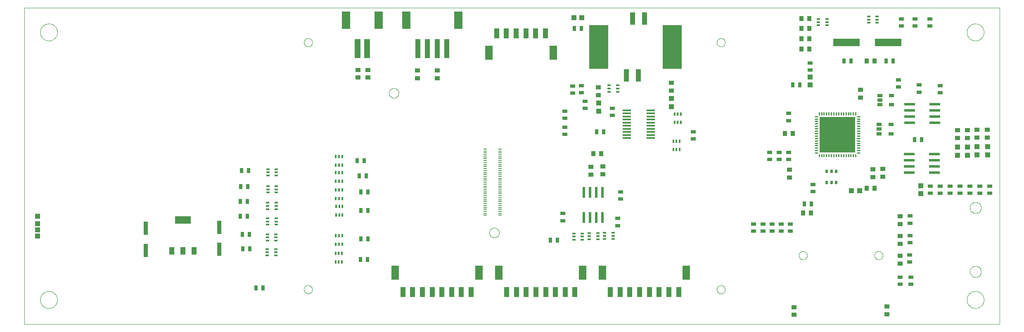
<source format=gbp>
G75*
%MOIN*%
%OFA0B0*%
%FSLAX25Y25*%
%IPPOS*%
%LPD*%
%AMOC8*
5,1,8,0,0,1.08239X$1,22.5*
%
%ADD10C,0.00000*%
%ADD11R,0.03937X0.03937*%
%ADD12R,0.03937X0.03543*%
%ADD13R,0.03543X0.03937*%
%ADD14R,0.03937X0.03150*%
%ADD15R,0.03150X0.03937*%
%ADD16R,0.02756X0.00787*%
%ADD17R,0.02362X0.08661*%
%ADD18R,0.03937X0.04331*%
%ADD19R,0.01575X0.02559*%
%ADD20C,0.00984*%
%ADD21R,0.28740X0.28740*%
%ADD22R,0.04331X0.03937*%
%ADD23R,0.21654X0.05906*%
%ADD24R,0.02165X0.02559*%
%ADD25R,0.02559X0.01575*%
%ADD26R,0.08661X0.02362*%
%ADD27R,0.06500X0.01500*%
%ADD28R,0.03937X0.02756*%
%ADD29R,0.04331X0.07874*%
%ADD30R,0.06299X0.11811*%
%ADD31R,0.03937X0.15748*%
%ADD32R,0.06693X0.14173*%
%ADD33R,0.04724X0.15748*%
%ADD34R,0.04134X0.10236*%
%ADD35R,0.15669X0.35433*%
%ADD36R,0.12992X0.05906*%
%ADD37R,0.03937X0.05906*%
%ADD38R,0.03543X0.11024*%
D10*
X0005700Y0013890D02*
X0005700Y0269796D01*
X0793102Y0269796D01*
X0793102Y0013890D01*
X0005700Y0013890D01*
X0018495Y0033575D02*
X0018497Y0033744D01*
X0018503Y0033913D01*
X0018514Y0034082D01*
X0018528Y0034250D01*
X0018547Y0034418D01*
X0018570Y0034586D01*
X0018596Y0034753D01*
X0018627Y0034919D01*
X0018662Y0035085D01*
X0018701Y0035249D01*
X0018745Y0035413D01*
X0018792Y0035575D01*
X0018843Y0035736D01*
X0018898Y0035896D01*
X0018957Y0036055D01*
X0019019Y0036212D01*
X0019086Y0036367D01*
X0019157Y0036521D01*
X0019231Y0036673D01*
X0019309Y0036823D01*
X0019390Y0036971D01*
X0019475Y0037117D01*
X0019564Y0037261D01*
X0019656Y0037403D01*
X0019752Y0037542D01*
X0019851Y0037679D01*
X0019953Y0037814D01*
X0020059Y0037946D01*
X0020168Y0038075D01*
X0020280Y0038202D01*
X0020395Y0038326D01*
X0020513Y0038447D01*
X0020634Y0038565D01*
X0020758Y0038680D01*
X0020885Y0038792D01*
X0021014Y0038901D01*
X0021146Y0039007D01*
X0021281Y0039109D01*
X0021418Y0039208D01*
X0021557Y0039304D01*
X0021699Y0039396D01*
X0021843Y0039485D01*
X0021989Y0039570D01*
X0022137Y0039651D01*
X0022287Y0039729D01*
X0022439Y0039803D01*
X0022593Y0039874D01*
X0022748Y0039941D01*
X0022905Y0040003D01*
X0023064Y0040062D01*
X0023224Y0040117D01*
X0023385Y0040168D01*
X0023547Y0040215D01*
X0023711Y0040259D01*
X0023875Y0040298D01*
X0024041Y0040333D01*
X0024207Y0040364D01*
X0024374Y0040390D01*
X0024542Y0040413D01*
X0024710Y0040432D01*
X0024878Y0040446D01*
X0025047Y0040457D01*
X0025216Y0040463D01*
X0025385Y0040465D01*
X0025554Y0040463D01*
X0025723Y0040457D01*
X0025892Y0040446D01*
X0026060Y0040432D01*
X0026228Y0040413D01*
X0026396Y0040390D01*
X0026563Y0040364D01*
X0026729Y0040333D01*
X0026895Y0040298D01*
X0027059Y0040259D01*
X0027223Y0040215D01*
X0027385Y0040168D01*
X0027546Y0040117D01*
X0027706Y0040062D01*
X0027865Y0040003D01*
X0028022Y0039941D01*
X0028177Y0039874D01*
X0028331Y0039803D01*
X0028483Y0039729D01*
X0028633Y0039651D01*
X0028781Y0039570D01*
X0028927Y0039485D01*
X0029071Y0039396D01*
X0029213Y0039304D01*
X0029352Y0039208D01*
X0029489Y0039109D01*
X0029624Y0039007D01*
X0029756Y0038901D01*
X0029885Y0038792D01*
X0030012Y0038680D01*
X0030136Y0038565D01*
X0030257Y0038447D01*
X0030375Y0038326D01*
X0030490Y0038202D01*
X0030602Y0038075D01*
X0030711Y0037946D01*
X0030817Y0037814D01*
X0030919Y0037679D01*
X0031018Y0037542D01*
X0031114Y0037403D01*
X0031206Y0037261D01*
X0031295Y0037117D01*
X0031380Y0036971D01*
X0031461Y0036823D01*
X0031539Y0036673D01*
X0031613Y0036521D01*
X0031684Y0036367D01*
X0031751Y0036212D01*
X0031813Y0036055D01*
X0031872Y0035896D01*
X0031927Y0035736D01*
X0031978Y0035575D01*
X0032025Y0035413D01*
X0032069Y0035249D01*
X0032108Y0035085D01*
X0032143Y0034919D01*
X0032174Y0034753D01*
X0032200Y0034586D01*
X0032223Y0034418D01*
X0032242Y0034250D01*
X0032256Y0034082D01*
X0032267Y0033913D01*
X0032273Y0033744D01*
X0032275Y0033575D01*
X0032273Y0033406D01*
X0032267Y0033237D01*
X0032256Y0033068D01*
X0032242Y0032900D01*
X0032223Y0032732D01*
X0032200Y0032564D01*
X0032174Y0032397D01*
X0032143Y0032231D01*
X0032108Y0032065D01*
X0032069Y0031901D01*
X0032025Y0031737D01*
X0031978Y0031575D01*
X0031927Y0031414D01*
X0031872Y0031254D01*
X0031813Y0031095D01*
X0031751Y0030938D01*
X0031684Y0030783D01*
X0031613Y0030629D01*
X0031539Y0030477D01*
X0031461Y0030327D01*
X0031380Y0030179D01*
X0031295Y0030033D01*
X0031206Y0029889D01*
X0031114Y0029747D01*
X0031018Y0029608D01*
X0030919Y0029471D01*
X0030817Y0029336D01*
X0030711Y0029204D01*
X0030602Y0029075D01*
X0030490Y0028948D01*
X0030375Y0028824D01*
X0030257Y0028703D01*
X0030136Y0028585D01*
X0030012Y0028470D01*
X0029885Y0028358D01*
X0029756Y0028249D01*
X0029624Y0028143D01*
X0029489Y0028041D01*
X0029352Y0027942D01*
X0029213Y0027846D01*
X0029071Y0027754D01*
X0028927Y0027665D01*
X0028781Y0027580D01*
X0028633Y0027499D01*
X0028483Y0027421D01*
X0028331Y0027347D01*
X0028177Y0027276D01*
X0028022Y0027209D01*
X0027865Y0027147D01*
X0027706Y0027088D01*
X0027546Y0027033D01*
X0027385Y0026982D01*
X0027223Y0026935D01*
X0027059Y0026891D01*
X0026895Y0026852D01*
X0026729Y0026817D01*
X0026563Y0026786D01*
X0026396Y0026760D01*
X0026228Y0026737D01*
X0026060Y0026718D01*
X0025892Y0026704D01*
X0025723Y0026693D01*
X0025554Y0026687D01*
X0025385Y0026685D01*
X0025216Y0026687D01*
X0025047Y0026693D01*
X0024878Y0026704D01*
X0024710Y0026718D01*
X0024542Y0026737D01*
X0024374Y0026760D01*
X0024207Y0026786D01*
X0024041Y0026817D01*
X0023875Y0026852D01*
X0023711Y0026891D01*
X0023547Y0026935D01*
X0023385Y0026982D01*
X0023224Y0027033D01*
X0023064Y0027088D01*
X0022905Y0027147D01*
X0022748Y0027209D01*
X0022593Y0027276D01*
X0022439Y0027347D01*
X0022287Y0027421D01*
X0022137Y0027499D01*
X0021989Y0027580D01*
X0021843Y0027665D01*
X0021699Y0027754D01*
X0021557Y0027846D01*
X0021418Y0027942D01*
X0021281Y0028041D01*
X0021146Y0028143D01*
X0021014Y0028249D01*
X0020885Y0028358D01*
X0020758Y0028470D01*
X0020634Y0028585D01*
X0020513Y0028703D01*
X0020395Y0028824D01*
X0020280Y0028948D01*
X0020168Y0029075D01*
X0020059Y0029204D01*
X0019953Y0029336D01*
X0019851Y0029471D01*
X0019752Y0029608D01*
X0019656Y0029747D01*
X0019564Y0029889D01*
X0019475Y0030033D01*
X0019390Y0030179D01*
X0019309Y0030327D01*
X0019231Y0030477D01*
X0019157Y0030629D01*
X0019086Y0030783D01*
X0019019Y0030938D01*
X0018957Y0031095D01*
X0018898Y0031254D01*
X0018843Y0031414D01*
X0018792Y0031575D01*
X0018745Y0031737D01*
X0018701Y0031901D01*
X0018662Y0032065D01*
X0018627Y0032231D01*
X0018596Y0032397D01*
X0018570Y0032564D01*
X0018547Y0032732D01*
X0018528Y0032900D01*
X0018514Y0033068D01*
X0018503Y0033237D01*
X0018497Y0033406D01*
X0018495Y0033575D01*
X0231421Y0041882D02*
X0231423Y0041997D01*
X0231429Y0042113D01*
X0231439Y0042228D01*
X0231453Y0042343D01*
X0231471Y0042457D01*
X0231493Y0042570D01*
X0231518Y0042683D01*
X0231548Y0042794D01*
X0231581Y0042905D01*
X0231618Y0043014D01*
X0231659Y0043122D01*
X0231704Y0043229D01*
X0231752Y0043334D01*
X0231804Y0043437D01*
X0231860Y0043538D01*
X0231919Y0043638D01*
X0231981Y0043735D01*
X0232047Y0043830D01*
X0232115Y0043923D01*
X0232187Y0044013D01*
X0232262Y0044101D01*
X0232341Y0044186D01*
X0232422Y0044268D01*
X0232505Y0044348D01*
X0232592Y0044424D01*
X0232681Y0044498D01*
X0232772Y0044568D01*
X0232866Y0044636D01*
X0232962Y0044700D01*
X0233061Y0044760D01*
X0233161Y0044817D01*
X0233263Y0044871D01*
X0233367Y0044921D01*
X0233473Y0044968D01*
X0233580Y0045011D01*
X0233689Y0045050D01*
X0233799Y0045085D01*
X0233910Y0045116D01*
X0234022Y0045144D01*
X0234135Y0045168D01*
X0234249Y0045188D01*
X0234364Y0045204D01*
X0234479Y0045216D01*
X0234594Y0045224D01*
X0234709Y0045228D01*
X0234825Y0045228D01*
X0234940Y0045224D01*
X0235055Y0045216D01*
X0235170Y0045204D01*
X0235285Y0045188D01*
X0235399Y0045168D01*
X0235512Y0045144D01*
X0235624Y0045116D01*
X0235735Y0045085D01*
X0235845Y0045050D01*
X0235954Y0045011D01*
X0236061Y0044968D01*
X0236167Y0044921D01*
X0236271Y0044871D01*
X0236373Y0044817D01*
X0236473Y0044760D01*
X0236572Y0044700D01*
X0236668Y0044636D01*
X0236762Y0044568D01*
X0236853Y0044498D01*
X0236942Y0044424D01*
X0237029Y0044348D01*
X0237112Y0044268D01*
X0237193Y0044186D01*
X0237272Y0044101D01*
X0237347Y0044013D01*
X0237419Y0043923D01*
X0237487Y0043830D01*
X0237553Y0043735D01*
X0237615Y0043638D01*
X0237674Y0043538D01*
X0237730Y0043437D01*
X0237782Y0043334D01*
X0237830Y0043229D01*
X0237875Y0043122D01*
X0237916Y0043014D01*
X0237953Y0042905D01*
X0237986Y0042794D01*
X0238016Y0042683D01*
X0238041Y0042570D01*
X0238063Y0042457D01*
X0238081Y0042343D01*
X0238095Y0042228D01*
X0238105Y0042113D01*
X0238111Y0041997D01*
X0238113Y0041882D01*
X0238111Y0041767D01*
X0238105Y0041651D01*
X0238095Y0041536D01*
X0238081Y0041421D01*
X0238063Y0041307D01*
X0238041Y0041194D01*
X0238016Y0041081D01*
X0237986Y0040970D01*
X0237953Y0040859D01*
X0237916Y0040750D01*
X0237875Y0040642D01*
X0237830Y0040535D01*
X0237782Y0040430D01*
X0237730Y0040327D01*
X0237674Y0040226D01*
X0237615Y0040126D01*
X0237553Y0040029D01*
X0237487Y0039934D01*
X0237419Y0039841D01*
X0237347Y0039751D01*
X0237272Y0039663D01*
X0237193Y0039578D01*
X0237112Y0039496D01*
X0237029Y0039416D01*
X0236942Y0039340D01*
X0236853Y0039266D01*
X0236762Y0039196D01*
X0236668Y0039128D01*
X0236572Y0039064D01*
X0236473Y0039004D01*
X0236373Y0038947D01*
X0236271Y0038893D01*
X0236167Y0038843D01*
X0236061Y0038796D01*
X0235954Y0038753D01*
X0235845Y0038714D01*
X0235735Y0038679D01*
X0235624Y0038648D01*
X0235512Y0038620D01*
X0235399Y0038596D01*
X0235285Y0038576D01*
X0235170Y0038560D01*
X0235055Y0038548D01*
X0234940Y0038540D01*
X0234825Y0038536D01*
X0234709Y0038536D01*
X0234594Y0038540D01*
X0234479Y0038548D01*
X0234364Y0038560D01*
X0234249Y0038576D01*
X0234135Y0038596D01*
X0234022Y0038620D01*
X0233910Y0038648D01*
X0233799Y0038679D01*
X0233689Y0038714D01*
X0233580Y0038753D01*
X0233473Y0038796D01*
X0233367Y0038843D01*
X0233263Y0038893D01*
X0233161Y0038947D01*
X0233061Y0039004D01*
X0232962Y0039064D01*
X0232866Y0039128D01*
X0232772Y0039196D01*
X0232681Y0039266D01*
X0232592Y0039340D01*
X0232505Y0039416D01*
X0232422Y0039496D01*
X0232341Y0039578D01*
X0232262Y0039663D01*
X0232187Y0039751D01*
X0232115Y0039841D01*
X0232047Y0039934D01*
X0231981Y0040029D01*
X0231919Y0040126D01*
X0231860Y0040226D01*
X0231804Y0040327D01*
X0231752Y0040430D01*
X0231704Y0040535D01*
X0231659Y0040642D01*
X0231618Y0040750D01*
X0231581Y0040859D01*
X0231548Y0040970D01*
X0231518Y0041081D01*
X0231493Y0041194D01*
X0231471Y0041307D01*
X0231453Y0041421D01*
X0231439Y0041536D01*
X0231429Y0041651D01*
X0231423Y0041767D01*
X0231421Y0041882D01*
X0381108Y0087873D02*
X0381110Y0087998D01*
X0381116Y0088123D01*
X0381126Y0088247D01*
X0381140Y0088371D01*
X0381157Y0088495D01*
X0381179Y0088618D01*
X0381205Y0088740D01*
X0381234Y0088862D01*
X0381267Y0088982D01*
X0381305Y0089101D01*
X0381345Y0089220D01*
X0381390Y0089336D01*
X0381438Y0089451D01*
X0381490Y0089565D01*
X0381546Y0089677D01*
X0381605Y0089787D01*
X0381667Y0089895D01*
X0381733Y0090002D01*
X0381802Y0090106D01*
X0381875Y0090207D01*
X0381950Y0090307D01*
X0382029Y0090404D01*
X0382111Y0090498D01*
X0382196Y0090590D01*
X0382283Y0090679D01*
X0382374Y0090765D01*
X0382467Y0090848D01*
X0382563Y0090929D01*
X0382661Y0091006D01*
X0382761Y0091080D01*
X0382864Y0091151D01*
X0382969Y0091218D01*
X0383077Y0091283D01*
X0383186Y0091343D01*
X0383297Y0091401D01*
X0383410Y0091454D01*
X0383524Y0091504D01*
X0383640Y0091551D01*
X0383757Y0091593D01*
X0383876Y0091632D01*
X0383996Y0091668D01*
X0384117Y0091699D01*
X0384239Y0091727D01*
X0384361Y0091750D01*
X0384485Y0091770D01*
X0384609Y0091786D01*
X0384733Y0091798D01*
X0384858Y0091806D01*
X0384983Y0091810D01*
X0385107Y0091810D01*
X0385232Y0091806D01*
X0385357Y0091798D01*
X0385481Y0091786D01*
X0385605Y0091770D01*
X0385729Y0091750D01*
X0385851Y0091727D01*
X0385973Y0091699D01*
X0386094Y0091668D01*
X0386214Y0091632D01*
X0386333Y0091593D01*
X0386450Y0091551D01*
X0386566Y0091504D01*
X0386680Y0091454D01*
X0386793Y0091401D01*
X0386904Y0091343D01*
X0387014Y0091283D01*
X0387121Y0091218D01*
X0387226Y0091151D01*
X0387329Y0091080D01*
X0387429Y0091006D01*
X0387527Y0090929D01*
X0387623Y0090848D01*
X0387716Y0090765D01*
X0387807Y0090679D01*
X0387894Y0090590D01*
X0387979Y0090498D01*
X0388061Y0090404D01*
X0388140Y0090307D01*
X0388215Y0090207D01*
X0388288Y0090106D01*
X0388357Y0090002D01*
X0388423Y0089895D01*
X0388485Y0089787D01*
X0388544Y0089677D01*
X0388600Y0089565D01*
X0388652Y0089451D01*
X0388700Y0089336D01*
X0388745Y0089220D01*
X0388785Y0089101D01*
X0388823Y0088982D01*
X0388856Y0088862D01*
X0388885Y0088740D01*
X0388911Y0088618D01*
X0388933Y0088495D01*
X0388950Y0088371D01*
X0388964Y0088247D01*
X0388974Y0088123D01*
X0388980Y0087998D01*
X0388982Y0087873D01*
X0388980Y0087748D01*
X0388974Y0087623D01*
X0388964Y0087499D01*
X0388950Y0087375D01*
X0388933Y0087251D01*
X0388911Y0087128D01*
X0388885Y0087006D01*
X0388856Y0086884D01*
X0388823Y0086764D01*
X0388785Y0086645D01*
X0388745Y0086526D01*
X0388700Y0086410D01*
X0388652Y0086295D01*
X0388600Y0086181D01*
X0388544Y0086069D01*
X0388485Y0085959D01*
X0388423Y0085851D01*
X0388357Y0085744D01*
X0388288Y0085640D01*
X0388215Y0085539D01*
X0388140Y0085439D01*
X0388061Y0085342D01*
X0387979Y0085248D01*
X0387894Y0085156D01*
X0387807Y0085067D01*
X0387716Y0084981D01*
X0387623Y0084898D01*
X0387527Y0084817D01*
X0387429Y0084740D01*
X0387329Y0084666D01*
X0387226Y0084595D01*
X0387121Y0084528D01*
X0387013Y0084463D01*
X0386904Y0084403D01*
X0386793Y0084345D01*
X0386680Y0084292D01*
X0386566Y0084242D01*
X0386450Y0084195D01*
X0386333Y0084153D01*
X0386214Y0084114D01*
X0386094Y0084078D01*
X0385973Y0084047D01*
X0385851Y0084019D01*
X0385729Y0083996D01*
X0385605Y0083976D01*
X0385481Y0083960D01*
X0385357Y0083948D01*
X0385232Y0083940D01*
X0385107Y0083936D01*
X0384983Y0083936D01*
X0384858Y0083940D01*
X0384733Y0083948D01*
X0384609Y0083960D01*
X0384485Y0083976D01*
X0384361Y0083996D01*
X0384239Y0084019D01*
X0384117Y0084047D01*
X0383996Y0084078D01*
X0383876Y0084114D01*
X0383757Y0084153D01*
X0383640Y0084195D01*
X0383524Y0084242D01*
X0383410Y0084292D01*
X0383297Y0084345D01*
X0383186Y0084403D01*
X0383076Y0084463D01*
X0382969Y0084528D01*
X0382864Y0084595D01*
X0382761Y0084666D01*
X0382661Y0084740D01*
X0382563Y0084817D01*
X0382467Y0084898D01*
X0382374Y0084981D01*
X0382283Y0085067D01*
X0382196Y0085156D01*
X0382111Y0085248D01*
X0382029Y0085342D01*
X0381950Y0085439D01*
X0381875Y0085539D01*
X0381802Y0085640D01*
X0381733Y0085744D01*
X0381667Y0085851D01*
X0381605Y0085959D01*
X0381546Y0086069D01*
X0381490Y0086181D01*
X0381438Y0086295D01*
X0381390Y0086410D01*
X0381345Y0086526D01*
X0381305Y0086645D01*
X0381267Y0086764D01*
X0381234Y0086884D01*
X0381205Y0087006D01*
X0381179Y0087128D01*
X0381157Y0087251D01*
X0381140Y0087375D01*
X0381126Y0087499D01*
X0381116Y0087623D01*
X0381110Y0087748D01*
X0381108Y0087873D01*
X0564689Y0041882D02*
X0564691Y0041997D01*
X0564697Y0042113D01*
X0564707Y0042228D01*
X0564721Y0042343D01*
X0564739Y0042457D01*
X0564761Y0042570D01*
X0564786Y0042683D01*
X0564816Y0042794D01*
X0564849Y0042905D01*
X0564886Y0043014D01*
X0564927Y0043122D01*
X0564972Y0043229D01*
X0565020Y0043334D01*
X0565072Y0043437D01*
X0565128Y0043538D01*
X0565187Y0043638D01*
X0565249Y0043735D01*
X0565315Y0043830D01*
X0565383Y0043923D01*
X0565455Y0044013D01*
X0565530Y0044101D01*
X0565609Y0044186D01*
X0565690Y0044268D01*
X0565773Y0044348D01*
X0565860Y0044424D01*
X0565949Y0044498D01*
X0566040Y0044568D01*
X0566134Y0044636D01*
X0566230Y0044700D01*
X0566329Y0044760D01*
X0566429Y0044817D01*
X0566531Y0044871D01*
X0566635Y0044921D01*
X0566741Y0044968D01*
X0566848Y0045011D01*
X0566957Y0045050D01*
X0567067Y0045085D01*
X0567178Y0045116D01*
X0567290Y0045144D01*
X0567403Y0045168D01*
X0567517Y0045188D01*
X0567632Y0045204D01*
X0567747Y0045216D01*
X0567862Y0045224D01*
X0567977Y0045228D01*
X0568093Y0045228D01*
X0568208Y0045224D01*
X0568323Y0045216D01*
X0568438Y0045204D01*
X0568553Y0045188D01*
X0568667Y0045168D01*
X0568780Y0045144D01*
X0568892Y0045116D01*
X0569003Y0045085D01*
X0569113Y0045050D01*
X0569222Y0045011D01*
X0569329Y0044968D01*
X0569435Y0044921D01*
X0569539Y0044871D01*
X0569641Y0044817D01*
X0569741Y0044760D01*
X0569840Y0044700D01*
X0569936Y0044636D01*
X0570030Y0044568D01*
X0570121Y0044498D01*
X0570210Y0044424D01*
X0570297Y0044348D01*
X0570380Y0044268D01*
X0570461Y0044186D01*
X0570540Y0044101D01*
X0570615Y0044013D01*
X0570687Y0043923D01*
X0570755Y0043830D01*
X0570821Y0043735D01*
X0570883Y0043638D01*
X0570942Y0043538D01*
X0570998Y0043437D01*
X0571050Y0043334D01*
X0571098Y0043229D01*
X0571143Y0043122D01*
X0571184Y0043014D01*
X0571221Y0042905D01*
X0571254Y0042794D01*
X0571284Y0042683D01*
X0571309Y0042570D01*
X0571331Y0042457D01*
X0571349Y0042343D01*
X0571363Y0042228D01*
X0571373Y0042113D01*
X0571379Y0041997D01*
X0571381Y0041882D01*
X0571379Y0041767D01*
X0571373Y0041651D01*
X0571363Y0041536D01*
X0571349Y0041421D01*
X0571331Y0041307D01*
X0571309Y0041194D01*
X0571284Y0041081D01*
X0571254Y0040970D01*
X0571221Y0040859D01*
X0571184Y0040750D01*
X0571143Y0040642D01*
X0571098Y0040535D01*
X0571050Y0040430D01*
X0570998Y0040327D01*
X0570942Y0040226D01*
X0570883Y0040126D01*
X0570821Y0040029D01*
X0570755Y0039934D01*
X0570687Y0039841D01*
X0570615Y0039751D01*
X0570540Y0039663D01*
X0570461Y0039578D01*
X0570380Y0039496D01*
X0570297Y0039416D01*
X0570210Y0039340D01*
X0570121Y0039266D01*
X0570030Y0039196D01*
X0569936Y0039128D01*
X0569840Y0039064D01*
X0569741Y0039004D01*
X0569641Y0038947D01*
X0569539Y0038893D01*
X0569435Y0038843D01*
X0569329Y0038796D01*
X0569222Y0038753D01*
X0569113Y0038714D01*
X0569003Y0038679D01*
X0568892Y0038648D01*
X0568780Y0038620D01*
X0568667Y0038596D01*
X0568553Y0038576D01*
X0568438Y0038560D01*
X0568323Y0038548D01*
X0568208Y0038540D01*
X0568093Y0038536D01*
X0567977Y0038536D01*
X0567862Y0038540D01*
X0567747Y0038548D01*
X0567632Y0038560D01*
X0567517Y0038576D01*
X0567403Y0038596D01*
X0567290Y0038620D01*
X0567178Y0038648D01*
X0567067Y0038679D01*
X0566957Y0038714D01*
X0566848Y0038753D01*
X0566741Y0038796D01*
X0566635Y0038843D01*
X0566531Y0038893D01*
X0566429Y0038947D01*
X0566329Y0039004D01*
X0566230Y0039064D01*
X0566134Y0039128D01*
X0566040Y0039196D01*
X0565949Y0039266D01*
X0565860Y0039340D01*
X0565773Y0039416D01*
X0565690Y0039496D01*
X0565609Y0039578D01*
X0565530Y0039663D01*
X0565455Y0039751D01*
X0565383Y0039841D01*
X0565315Y0039934D01*
X0565249Y0040029D01*
X0565187Y0040126D01*
X0565128Y0040226D01*
X0565072Y0040327D01*
X0565020Y0040430D01*
X0564972Y0040535D01*
X0564927Y0040642D01*
X0564886Y0040750D01*
X0564849Y0040859D01*
X0564816Y0040970D01*
X0564786Y0041081D01*
X0564761Y0041194D01*
X0564739Y0041307D01*
X0564721Y0041421D01*
X0564707Y0041536D01*
X0564697Y0041651D01*
X0564691Y0041767D01*
X0564689Y0041882D01*
X0630963Y0069449D02*
X0630965Y0069564D01*
X0630971Y0069680D01*
X0630981Y0069795D01*
X0630995Y0069910D01*
X0631013Y0070024D01*
X0631035Y0070137D01*
X0631060Y0070250D01*
X0631090Y0070361D01*
X0631123Y0070472D01*
X0631160Y0070581D01*
X0631201Y0070689D01*
X0631246Y0070796D01*
X0631294Y0070901D01*
X0631346Y0071004D01*
X0631402Y0071105D01*
X0631461Y0071205D01*
X0631523Y0071302D01*
X0631589Y0071397D01*
X0631657Y0071490D01*
X0631729Y0071580D01*
X0631804Y0071668D01*
X0631883Y0071753D01*
X0631964Y0071835D01*
X0632047Y0071915D01*
X0632134Y0071991D01*
X0632223Y0072065D01*
X0632314Y0072135D01*
X0632408Y0072203D01*
X0632504Y0072267D01*
X0632603Y0072327D01*
X0632703Y0072384D01*
X0632805Y0072438D01*
X0632909Y0072488D01*
X0633015Y0072535D01*
X0633122Y0072578D01*
X0633231Y0072617D01*
X0633341Y0072652D01*
X0633452Y0072683D01*
X0633564Y0072711D01*
X0633677Y0072735D01*
X0633791Y0072755D01*
X0633906Y0072771D01*
X0634021Y0072783D01*
X0634136Y0072791D01*
X0634251Y0072795D01*
X0634367Y0072795D01*
X0634482Y0072791D01*
X0634597Y0072783D01*
X0634712Y0072771D01*
X0634827Y0072755D01*
X0634941Y0072735D01*
X0635054Y0072711D01*
X0635166Y0072683D01*
X0635277Y0072652D01*
X0635387Y0072617D01*
X0635496Y0072578D01*
X0635603Y0072535D01*
X0635709Y0072488D01*
X0635813Y0072438D01*
X0635915Y0072384D01*
X0636015Y0072327D01*
X0636114Y0072267D01*
X0636210Y0072203D01*
X0636304Y0072135D01*
X0636395Y0072065D01*
X0636484Y0071991D01*
X0636571Y0071915D01*
X0636654Y0071835D01*
X0636735Y0071753D01*
X0636814Y0071668D01*
X0636889Y0071580D01*
X0636961Y0071490D01*
X0637029Y0071397D01*
X0637095Y0071302D01*
X0637157Y0071205D01*
X0637216Y0071105D01*
X0637272Y0071004D01*
X0637324Y0070901D01*
X0637372Y0070796D01*
X0637417Y0070689D01*
X0637458Y0070581D01*
X0637495Y0070472D01*
X0637528Y0070361D01*
X0637558Y0070250D01*
X0637583Y0070137D01*
X0637605Y0070024D01*
X0637623Y0069910D01*
X0637637Y0069795D01*
X0637647Y0069680D01*
X0637653Y0069564D01*
X0637655Y0069449D01*
X0637653Y0069334D01*
X0637647Y0069218D01*
X0637637Y0069103D01*
X0637623Y0068988D01*
X0637605Y0068874D01*
X0637583Y0068761D01*
X0637558Y0068648D01*
X0637528Y0068537D01*
X0637495Y0068426D01*
X0637458Y0068317D01*
X0637417Y0068209D01*
X0637372Y0068102D01*
X0637324Y0067997D01*
X0637272Y0067894D01*
X0637216Y0067793D01*
X0637157Y0067693D01*
X0637095Y0067596D01*
X0637029Y0067501D01*
X0636961Y0067408D01*
X0636889Y0067318D01*
X0636814Y0067230D01*
X0636735Y0067145D01*
X0636654Y0067063D01*
X0636571Y0066983D01*
X0636484Y0066907D01*
X0636395Y0066833D01*
X0636304Y0066763D01*
X0636210Y0066695D01*
X0636114Y0066631D01*
X0636015Y0066571D01*
X0635915Y0066514D01*
X0635813Y0066460D01*
X0635709Y0066410D01*
X0635603Y0066363D01*
X0635496Y0066320D01*
X0635387Y0066281D01*
X0635277Y0066246D01*
X0635166Y0066215D01*
X0635054Y0066187D01*
X0634941Y0066163D01*
X0634827Y0066143D01*
X0634712Y0066127D01*
X0634597Y0066115D01*
X0634482Y0066107D01*
X0634367Y0066103D01*
X0634251Y0066103D01*
X0634136Y0066107D01*
X0634021Y0066115D01*
X0633906Y0066127D01*
X0633791Y0066143D01*
X0633677Y0066163D01*
X0633564Y0066187D01*
X0633452Y0066215D01*
X0633341Y0066246D01*
X0633231Y0066281D01*
X0633122Y0066320D01*
X0633015Y0066363D01*
X0632909Y0066410D01*
X0632805Y0066460D01*
X0632703Y0066514D01*
X0632603Y0066571D01*
X0632504Y0066631D01*
X0632408Y0066695D01*
X0632314Y0066763D01*
X0632223Y0066833D01*
X0632134Y0066907D01*
X0632047Y0066983D01*
X0631964Y0067063D01*
X0631883Y0067145D01*
X0631804Y0067230D01*
X0631729Y0067318D01*
X0631657Y0067408D01*
X0631589Y0067501D01*
X0631523Y0067596D01*
X0631461Y0067693D01*
X0631402Y0067793D01*
X0631346Y0067894D01*
X0631294Y0067997D01*
X0631246Y0068102D01*
X0631201Y0068209D01*
X0631160Y0068317D01*
X0631123Y0068426D01*
X0631090Y0068537D01*
X0631060Y0068648D01*
X0631035Y0068761D01*
X0631013Y0068874D01*
X0630995Y0068988D01*
X0630981Y0069103D01*
X0630971Y0069218D01*
X0630965Y0069334D01*
X0630963Y0069449D01*
X0691948Y0069449D02*
X0691950Y0069564D01*
X0691956Y0069680D01*
X0691966Y0069795D01*
X0691980Y0069910D01*
X0691998Y0070024D01*
X0692020Y0070137D01*
X0692045Y0070250D01*
X0692075Y0070361D01*
X0692108Y0070472D01*
X0692145Y0070581D01*
X0692186Y0070689D01*
X0692231Y0070796D01*
X0692279Y0070901D01*
X0692331Y0071004D01*
X0692387Y0071105D01*
X0692446Y0071205D01*
X0692508Y0071302D01*
X0692574Y0071397D01*
X0692642Y0071490D01*
X0692714Y0071580D01*
X0692789Y0071668D01*
X0692868Y0071753D01*
X0692949Y0071835D01*
X0693032Y0071915D01*
X0693119Y0071991D01*
X0693208Y0072065D01*
X0693299Y0072135D01*
X0693393Y0072203D01*
X0693489Y0072267D01*
X0693588Y0072327D01*
X0693688Y0072384D01*
X0693790Y0072438D01*
X0693894Y0072488D01*
X0694000Y0072535D01*
X0694107Y0072578D01*
X0694216Y0072617D01*
X0694326Y0072652D01*
X0694437Y0072683D01*
X0694549Y0072711D01*
X0694662Y0072735D01*
X0694776Y0072755D01*
X0694891Y0072771D01*
X0695006Y0072783D01*
X0695121Y0072791D01*
X0695236Y0072795D01*
X0695352Y0072795D01*
X0695467Y0072791D01*
X0695582Y0072783D01*
X0695697Y0072771D01*
X0695812Y0072755D01*
X0695926Y0072735D01*
X0696039Y0072711D01*
X0696151Y0072683D01*
X0696262Y0072652D01*
X0696372Y0072617D01*
X0696481Y0072578D01*
X0696588Y0072535D01*
X0696694Y0072488D01*
X0696798Y0072438D01*
X0696900Y0072384D01*
X0697000Y0072327D01*
X0697099Y0072267D01*
X0697195Y0072203D01*
X0697289Y0072135D01*
X0697380Y0072065D01*
X0697469Y0071991D01*
X0697556Y0071915D01*
X0697639Y0071835D01*
X0697720Y0071753D01*
X0697799Y0071668D01*
X0697874Y0071580D01*
X0697946Y0071490D01*
X0698014Y0071397D01*
X0698080Y0071302D01*
X0698142Y0071205D01*
X0698201Y0071105D01*
X0698257Y0071004D01*
X0698309Y0070901D01*
X0698357Y0070796D01*
X0698402Y0070689D01*
X0698443Y0070581D01*
X0698480Y0070472D01*
X0698513Y0070361D01*
X0698543Y0070250D01*
X0698568Y0070137D01*
X0698590Y0070024D01*
X0698608Y0069910D01*
X0698622Y0069795D01*
X0698632Y0069680D01*
X0698638Y0069564D01*
X0698640Y0069449D01*
X0698638Y0069334D01*
X0698632Y0069218D01*
X0698622Y0069103D01*
X0698608Y0068988D01*
X0698590Y0068874D01*
X0698568Y0068761D01*
X0698543Y0068648D01*
X0698513Y0068537D01*
X0698480Y0068426D01*
X0698443Y0068317D01*
X0698402Y0068209D01*
X0698357Y0068102D01*
X0698309Y0067997D01*
X0698257Y0067894D01*
X0698201Y0067793D01*
X0698142Y0067693D01*
X0698080Y0067596D01*
X0698014Y0067501D01*
X0697946Y0067408D01*
X0697874Y0067318D01*
X0697799Y0067230D01*
X0697720Y0067145D01*
X0697639Y0067063D01*
X0697556Y0066983D01*
X0697469Y0066907D01*
X0697380Y0066833D01*
X0697289Y0066763D01*
X0697195Y0066695D01*
X0697099Y0066631D01*
X0697000Y0066571D01*
X0696900Y0066514D01*
X0696798Y0066460D01*
X0696694Y0066410D01*
X0696588Y0066363D01*
X0696481Y0066320D01*
X0696372Y0066281D01*
X0696262Y0066246D01*
X0696151Y0066215D01*
X0696039Y0066187D01*
X0695926Y0066163D01*
X0695812Y0066143D01*
X0695697Y0066127D01*
X0695582Y0066115D01*
X0695467Y0066107D01*
X0695352Y0066103D01*
X0695236Y0066103D01*
X0695121Y0066107D01*
X0695006Y0066115D01*
X0694891Y0066127D01*
X0694776Y0066143D01*
X0694662Y0066163D01*
X0694549Y0066187D01*
X0694437Y0066215D01*
X0694326Y0066246D01*
X0694216Y0066281D01*
X0694107Y0066320D01*
X0694000Y0066363D01*
X0693894Y0066410D01*
X0693790Y0066460D01*
X0693688Y0066514D01*
X0693588Y0066571D01*
X0693489Y0066631D01*
X0693393Y0066695D01*
X0693299Y0066763D01*
X0693208Y0066833D01*
X0693119Y0066907D01*
X0693032Y0066983D01*
X0692949Y0067063D01*
X0692868Y0067145D01*
X0692789Y0067230D01*
X0692714Y0067318D01*
X0692642Y0067408D01*
X0692574Y0067501D01*
X0692508Y0067596D01*
X0692446Y0067693D01*
X0692387Y0067793D01*
X0692331Y0067894D01*
X0692279Y0067997D01*
X0692231Y0068102D01*
X0692186Y0068209D01*
X0692145Y0068317D01*
X0692108Y0068426D01*
X0692075Y0068537D01*
X0692045Y0068648D01*
X0692020Y0068761D01*
X0691998Y0068874D01*
X0691980Y0068988D01*
X0691966Y0069103D01*
X0691956Y0069218D01*
X0691950Y0069334D01*
X0691948Y0069449D01*
X0769072Y0056324D02*
X0769074Y0056458D01*
X0769080Y0056592D01*
X0769090Y0056726D01*
X0769104Y0056860D01*
X0769122Y0056993D01*
X0769143Y0057125D01*
X0769169Y0057257D01*
X0769199Y0057388D01*
X0769232Y0057518D01*
X0769269Y0057646D01*
X0769311Y0057774D01*
X0769355Y0057901D01*
X0769404Y0058026D01*
X0769456Y0058149D01*
X0769512Y0058271D01*
X0769572Y0058392D01*
X0769635Y0058510D01*
X0769701Y0058627D01*
X0769771Y0058741D01*
X0769844Y0058854D01*
X0769921Y0058964D01*
X0770001Y0059072D01*
X0770084Y0059177D01*
X0770170Y0059280D01*
X0770259Y0059380D01*
X0770351Y0059478D01*
X0770446Y0059573D01*
X0770544Y0059665D01*
X0770644Y0059754D01*
X0770747Y0059840D01*
X0770852Y0059923D01*
X0770960Y0060003D01*
X0771070Y0060080D01*
X0771183Y0060153D01*
X0771297Y0060223D01*
X0771414Y0060289D01*
X0771532Y0060352D01*
X0771653Y0060412D01*
X0771775Y0060468D01*
X0771898Y0060520D01*
X0772023Y0060569D01*
X0772150Y0060613D01*
X0772278Y0060655D01*
X0772406Y0060692D01*
X0772536Y0060725D01*
X0772667Y0060755D01*
X0772799Y0060781D01*
X0772931Y0060802D01*
X0773064Y0060820D01*
X0773198Y0060834D01*
X0773332Y0060844D01*
X0773466Y0060850D01*
X0773600Y0060852D01*
X0773734Y0060850D01*
X0773868Y0060844D01*
X0774002Y0060834D01*
X0774136Y0060820D01*
X0774269Y0060802D01*
X0774401Y0060781D01*
X0774533Y0060755D01*
X0774664Y0060725D01*
X0774794Y0060692D01*
X0774922Y0060655D01*
X0775050Y0060613D01*
X0775177Y0060569D01*
X0775302Y0060520D01*
X0775425Y0060468D01*
X0775547Y0060412D01*
X0775668Y0060352D01*
X0775786Y0060289D01*
X0775903Y0060223D01*
X0776017Y0060153D01*
X0776130Y0060080D01*
X0776240Y0060003D01*
X0776348Y0059923D01*
X0776453Y0059840D01*
X0776556Y0059754D01*
X0776656Y0059665D01*
X0776754Y0059573D01*
X0776849Y0059478D01*
X0776941Y0059380D01*
X0777030Y0059280D01*
X0777116Y0059177D01*
X0777199Y0059072D01*
X0777279Y0058964D01*
X0777356Y0058854D01*
X0777429Y0058741D01*
X0777499Y0058627D01*
X0777565Y0058510D01*
X0777628Y0058392D01*
X0777688Y0058271D01*
X0777744Y0058149D01*
X0777796Y0058026D01*
X0777845Y0057901D01*
X0777889Y0057774D01*
X0777931Y0057646D01*
X0777968Y0057518D01*
X0778001Y0057388D01*
X0778031Y0057257D01*
X0778057Y0057125D01*
X0778078Y0056993D01*
X0778096Y0056860D01*
X0778110Y0056726D01*
X0778120Y0056592D01*
X0778126Y0056458D01*
X0778128Y0056324D01*
X0778126Y0056190D01*
X0778120Y0056056D01*
X0778110Y0055922D01*
X0778096Y0055788D01*
X0778078Y0055655D01*
X0778057Y0055523D01*
X0778031Y0055391D01*
X0778001Y0055260D01*
X0777968Y0055130D01*
X0777931Y0055002D01*
X0777889Y0054874D01*
X0777845Y0054747D01*
X0777796Y0054622D01*
X0777744Y0054499D01*
X0777688Y0054377D01*
X0777628Y0054256D01*
X0777565Y0054138D01*
X0777499Y0054021D01*
X0777429Y0053907D01*
X0777356Y0053794D01*
X0777279Y0053684D01*
X0777199Y0053576D01*
X0777116Y0053471D01*
X0777030Y0053368D01*
X0776941Y0053268D01*
X0776849Y0053170D01*
X0776754Y0053075D01*
X0776656Y0052983D01*
X0776556Y0052894D01*
X0776453Y0052808D01*
X0776348Y0052725D01*
X0776240Y0052645D01*
X0776130Y0052568D01*
X0776017Y0052495D01*
X0775903Y0052425D01*
X0775786Y0052359D01*
X0775668Y0052296D01*
X0775547Y0052236D01*
X0775425Y0052180D01*
X0775302Y0052128D01*
X0775177Y0052079D01*
X0775050Y0052035D01*
X0774922Y0051993D01*
X0774794Y0051956D01*
X0774664Y0051923D01*
X0774533Y0051893D01*
X0774401Y0051867D01*
X0774269Y0051846D01*
X0774136Y0051828D01*
X0774002Y0051814D01*
X0773868Y0051804D01*
X0773734Y0051798D01*
X0773600Y0051796D01*
X0773466Y0051798D01*
X0773332Y0051804D01*
X0773198Y0051814D01*
X0773064Y0051828D01*
X0772931Y0051846D01*
X0772799Y0051867D01*
X0772667Y0051893D01*
X0772536Y0051923D01*
X0772406Y0051956D01*
X0772278Y0051993D01*
X0772150Y0052035D01*
X0772023Y0052079D01*
X0771898Y0052128D01*
X0771775Y0052180D01*
X0771653Y0052236D01*
X0771532Y0052296D01*
X0771414Y0052359D01*
X0771297Y0052425D01*
X0771183Y0052495D01*
X0771070Y0052568D01*
X0770960Y0052645D01*
X0770852Y0052725D01*
X0770747Y0052808D01*
X0770644Y0052894D01*
X0770544Y0052983D01*
X0770446Y0053075D01*
X0770351Y0053170D01*
X0770259Y0053268D01*
X0770170Y0053368D01*
X0770084Y0053471D01*
X0770001Y0053576D01*
X0769921Y0053684D01*
X0769844Y0053794D01*
X0769771Y0053907D01*
X0769701Y0054021D01*
X0769635Y0054138D01*
X0769572Y0054256D01*
X0769512Y0054377D01*
X0769456Y0054499D01*
X0769404Y0054622D01*
X0769355Y0054747D01*
X0769311Y0054874D01*
X0769269Y0055002D01*
X0769232Y0055130D01*
X0769199Y0055260D01*
X0769169Y0055391D01*
X0769143Y0055523D01*
X0769122Y0055655D01*
X0769104Y0055788D01*
X0769090Y0055922D01*
X0769080Y0056056D01*
X0769074Y0056190D01*
X0769072Y0056324D01*
X0766527Y0033575D02*
X0766529Y0033744D01*
X0766535Y0033913D01*
X0766546Y0034082D01*
X0766560Y0034250D01*
X0766579Y0034418D01*
X0766602Y0034586D01*
X0766628Y0034753D01*
X0766659Y0034919D01*
X0766694Y0035085D01*
X0766733Y0035249D01*
X0766777Y0035413D01*
X0766824Y0035575D01*
X0766875Y0035736D01*
X0766930Y0035896D01*
X0766989Y0036055D01*
X0767051Y0036212D01*
X0767118Y0036367D01*
X0767189Y0036521D01*
X0767263Y0036673D01*
X0767341Y0036823D01*
X0767422Y0036971D01*
X0767507Y0037117D01*
X0767596Y0037261D01*
X0767688Y0037403D01*
X0767784Y0037542D01*
X0767883Y0037679D01*
X0767985Y0037814D01*
X0768091Y0037946D01*
X0768200Y0038075D01*
X0768312Y0038202D01*
X0768427Y0038326D01*
X0768545Y0038447D01*
X0768666Y0038565D01*
X0768790Y0038680D01*
X0768917Y0038792D01*
X0769046Y0038901D01*
X0769178Y0039007D01*
X0769313Y0039109D01*
X0769450Y0039208D01*
X0769589Y0039304D01*
X0769731Y0039396D01*
X0769875Y0039485D01*
X0770021Y0039570D01*
X0770169Y0039651D01*
X0770319Y0039729D01*
X0770471Y0039803D01*
X0770625Y0039874D01*
X0770780Y0039941D01*
X0770937Y0040003D01*
X0771096Y0040062D01*
X0771256Y0040117D01*
X0771417Y0040168D01*
X0771579Y0040215D01*
X0771743Y0040259D01*
X0771907Y0040298D01*
X0772073Y0040333D01*
X0772239Y0040364D01*
X0772406Y0040390D01*
X0772574Y0040413D01*
X0772742Y0040432D01*
X0772910Y0040446D01*
X0773079Y0040457D01*
X0773248Y0040463D01*
X0773417Y0040465D01*
X0773586Y0040463D01*
X0773755Y0040457D01*
X0773924Y0040446D01*
X0774092Y0040432D01*
X0774260Y0040413D01*
X0774428Y0040390D01*
X0774595Y0040364D01*
X0774761Y0040333D01*
X0774927Y0040298D01*
X0775091Y0040259D01*
X0775255Y0040215D01*
X0775417Y0040168D01*
X0775578Y0040117D01*
X0775738Y0040062D01*
X0775897Y0040003D01*
X0776054Y0039941D01*
X0776209Y0039874D01*
X0776363Y0039803D01*
X0776515Y0039729D01*
X0776665Y0039651D01*
X0776813Y0039570D01*
X0776959Y0039485D01*
X0777103Y0039396D01*
X0777245Y0039304D01*
X0777384Y0039208D01*
X0777521Y0039109D01*
X0777656Y0039007D01*
X0777788Y0038901D01*
X0777917Y0038792D01*
X0778044Y0038680D01*
X0778168Y0038565D01*
X0778289Y0038447D01*
X0778407Y0038326D01*
X0778522Y0038202D01*
X0778634Y0038075D01*
X0778743Y0037946D01*
X0778849Y0037814D01*
X0778951Y0037679D01*
X0779050Y0037542D01*
X0779146Y0037403D01*
X0779238Y0037261D01*
X0779327Y0037117D01*
X0779412Y0036971D01*
X0779493Y0036823D01*
X0779571Y0036673D01*
X0779645Y0036521D01*
X0779716Y0036367D01*
X0779783Y0036212D01*
X0779845Y0036055D01*
X0779904Y0035896D01*
X0779959Y0035736D01*
X0780010Y0035575D01*
X0780057Y0035413D01*
X0780101Y0035249D01*
X0780140Y0035085D01*
X0780175Y0034919D01*
X0780206Y0034753D01*
X0780232Y0034586D01*
X0780255Y0034418D01*
X0780274Y0034250D01*
X0780288Y0034082D01*
X0780299Y0033913D01*
X0780305Y0033744D01*
X0780307Y0033575D01*
X0780305Y0033406D01*
X0780299Y0033237D01*
X0780288Y0033068D01*
X0780274Y0032900D01*
X0780255Y0032732D01*
X0780232Y0032564D01*
X0780206Y0032397D01*
X0780175Y0032231D01*
X0780140Y0032065D01*
X0780101Y0031901D01*
X0780057Y0031737D01*
X0780010Y0031575D01*
X0779959Y0031414D01*
X0779904Y0031254D01*
X0779845Y0031095D01*
X0779783Y0030938D01*
X0779716Y0030783D01*
X0779645Y0030629D01*
X0779571Y0030477D01*
X0779493Y0030327D01*
X0779412Y0030179D01*
X0779327Y0030033D01*
X0779238Y0029889D01*
X0779146Y0029747D01*
X0779050Y0029608D01*
X0778951Y0029471D01*
X0778849Y0029336D01*
X0778743Y0029204D01*
X0778634Y0029075D01*
X0778522Y0028948D01*
X0778407Y0028824D01*
X0778289Y0028703D01*
X0778168Y0028585D01*
X0778044Y0028470D01*
X0777917Y0028358D01*
X0777788Y0028249D01*
X0777656Y0028143D01*
X0777521Y0028041D01*
X0777384Y0027942D01*
X0777245Y0027846D01*
X0777103Y0027754D01*
X0776959Y0027665D01*
X0776813Y0027580D01*
X0776665Y0027499D01*
X0776515Y0027421D01*
X0776363Y0027347D01*
X0776209Y0027276D01*
X0776054Y0027209D01*
X0775897Y0027147D01*
X0775738Y0027088D01*
X0775578Y0027033D01*
X0775417Y0026982D01*
X0775255Y0026935D01*
X0775091Y0026891D01*
X0774927Y0026852D01*
X0774761Y0026817D01*
X0774595Y0026786D01*
X0774428Y0026760D01*
X0774260Y0026737D01*
X0774092Y0026718D01*
X0773924Y0026704D01*
X0773755Y0026693D01*
X0773586Y0026687D01*
X0773417Y0026685D01*
X0773248Y0026687D01*
X0773079Y0026693D01*
X0772910Y0026704D01*
X0772742Y0026718D01*
X0772574Y0026737D01*
X0772406Y0026760D01*
X0772239Y0026786D01*
X0772073Y0026817D01*
X0771907Y0026852D01*
X0771743Y0026891D01*
X0771579Y0026935D01*
X0771417Y0026982D01*
X0771256Y0027033D01*
X0771096Y0027088D01*
X0770937Y0027147D01*
X0770780Y0027209D01*
X0770625Y0027276D01*
X0770471Y0027347D01*
X0770319Y0027421D01*
X0770169Y0027499D01*
X0770021Y0027580D01*
X0769875Y0027665D01*
X0769731Y0027754D01*
X0769589Y0027846D01*
X0769450Y0027942D01*
X0769313Y0028041D01*
X0769178Y0028143D01*
X0769046Y0028249D01*
X0768917Y0028358D01*
X0768790Y0028470D01*
X0768666Y0028585D01*
X0768545Y0028703D01*
X0768427Y0028824D01*
X0768312Y0028948D01*
X0768200Y0029075D01*
X0768091Y0029204D01*
X0767985Y0029336D01*
X0767883Y0029471D01*
X0767784Y0029608D01*
X0767688Y0029747D01*
X0767596Y0029889D01*
X0767507Y0030033D01*
X0767422Y0030179D01*
X0767341Y0030327D01*
X0767263Y0030477D01*
X0767189Y0030629D01*
X0767118Y0030783D01*
X0767051Y0030938D01*
X0766989Y0031095D01*
X0766930Y0031254D01*
X0766875Y0031414D01*
X0766824Y0031575D01*
X0766777Y0031737D01*
X0766733Y0031901D01*
X0766694Y0032065D01*
X0766659Y0032231D01*
X0766628Y0032397D01*
X0766602Y0032564D01*
X0766579Y0032732D01*
X0766560Y0032900D01*
X0766546Y0033068D01*
X0766535Y0033237D01*
X0766529Y0033406D01*
X0766527Y0033575D01*
X0769072Y0108056D02*
X0769074Y0108190D01*
X0769080Y0108324D01*
X0769090Y0108458D01*
X0769104Y0108592D01*
X0769122Y0108725D01*
X0769143Y0108857D01*
X0769169Y0108989D01*
X0769199Y0109120D01*
X0769232Y0109250D01*
X0769269Y0109378D01*
X0769311Y0109506D01*
X0769355Y0109633D01*
X0769404Y0109758D01*
X0769456Y0109881D01*
X0769512Y0110003D01*
X0769572Y0110124D01*
X0769635Y0110242D01*
X0769701Y0110359D01*
X0769771Y0110473D01*
X0769844Y0110586D01*
X0769921Y0110696D01*
X0770001Y0110804D01*
X0770084Y0110909D01*
X0770170Y0111012D01*
X0770259Y0111112D01*
X0770351Y0111210D01*
X0770446Y0111305D01*
X0770544Y0111397D01*
X0770644Y0111486D01*
X0770747Y0111572D01*
X0770852Y0111655D01*
X0770960Y0111735D01*
X0771070Y0111812D01*
X0771183Y0111885D01*
X0771297Y0111955D01*
X0771414Y0112021D01*
X0771532Y0112084D01*
X0771653Y0112144D01*
X0771775Y0112200D01*
X0771898Y0112252D01*
X0772023Y0112301D01*
X0772150Y0112345D01*
X0772278Y0112387D01*
X0772406Y0112424D01*
X0772536Y0112457D01*
X0772667Y0112487D01*
X0772799Y0112513D01*
X0772931Y0112534D01*
X0773064Y0112552D01*
X0773198Y0112566D01*
X0773332Y0112576D01*
X0773466Y0112582D01*
X0773600Y0112584D01*
X0773734Y0112582D01*
X0773868Y0112576D01*
X0774002Y0112566D01*
X0774136Y0112552D01*
X0774269Y0112534D01*
X0774401Y0112513D01*
X0774533Y0112487D01*
X0774664Y0112457D01*
X0774794Y0112424D01*
X0774922Y0112387D01*
X0775050Y0112345D01*
X0775177Y0112301D01*
X0775302Y0112252D01*
X0775425Y0112200D01*
X0775547Y0112144D01*
X0775668Y0112084D01*
X0775786Y0112021D01*
X0775903Y0111955D01*
X0776017Y0111885D01*
X0776130Y0111812D01*
X0776240Y0111735D01*
X0776348Y0111655D01*
X0776453Y0111572D01*
X0776556Y0111486D01*
X0776656Y0111397D01*
X0776754Y0111305D01*
X0776849Y0111210D01*
X0776941Y0111112D01*
X0777030Y0111012D01*
X0777116Y0110909D01*
X0777199Y0110804D01*
X0777279Y0110696D01*
X0777356Y0110586D01*
X0777429Y0110473D01*
X0777499Y0110359D01*
X0777565Y0110242D01*
X0777628Y0110124D01*
X0777688Y0110003D01*
X0777744Y0109881D01*
X0777796Y0109758D01*
X0777845Y0109633D01*
X0777889Y0109506D01*
X0777931Y0109378D01*
X0777968Y0109250D01*
X0778001Y0109120D01*
X0778031Y0108989D01*
X0778057Y0108857D01*
X0778078Y0108725D01*
X0778096Y0108592D01*
X0778110Y0108458D01*
X0778120Y0108324D01*
X0778126Y0108190D01*
X0778128Y0108056D01*
X0778126Y0107922D01*
X0778120Y0107788D01*
X0778110Y0107654D01*
X0778096Y0107520D01*
X0778078Y0107387D01*
X0778057Y0107255D01*
X0778031Y0107123D01*
X0778001Y0106992D01*
X0777968Y0106862D01*
X0777931Y0106734D01*
X0777889Y0106606D01*
X0777845Y0106479D01*
X0777796Y0106354D01*
X0777744Y0106231D01*
X0777688Y0106109D01*
X0777628Y0105988D01*
X0777565Y0105870D01*
X0777499Y0105753D01*
X0777429Y0105639D01*
X0777356Y0105526D01*
X0777279Y0105416D01*
X0777199Y0105308D01*
X0777116Y0105203D01*
X0777030Y0105100D01*
X0776941Y0105000D01*
X0776849Y0104902D01*
X0776754Y0104807D01*
X0776656Y0104715D01*
X0776556Y0104626D01*
X0776453Y0104540D01*
X0776348Y0104457D01*
X0776240Y0104377D01*
X0776130Y0104300D01*
X0776017Y0104227D01*
X0775903Y0104157D01*
X0775786Y0104091D01*
X0775668Y0104028D01*
X0775547Y0103968D01*
X0775425Y0103912D01*
X0775302Y0103860D01*
X0775177Y0103811D01*
X0775050Y0103767D01*
X0774922Y0103725D01*
X0774794Y0103688D01*
X0774664Y0103655D01*
X0774533Y0103625D01*
X0774401Y0103599D01*
X0774269Y0103578D01*
X0774136Y0103560D01*
X0774002Y0103546D01*
X0773868Y0103536D01*
X0773734Y0103530D01*
X0773600Y0103528D01*
X0773466Y0103530D01*
X0773332Y0103536D01*
X0773198Y0103546D01*
X0773064Y0103560D01*
X0772931Y0103578D01*
X0772799Y0103599D01*
X0772667Y0103625D01*
X0772536Y0103655D01*
X0772406Y0103688D01*
X0772278Y0103725D01*
X0772150Y0103767D01*
X0772023Y0103811D01*
X0771898Y0103860D01*
X0771775Y0103912D01*
X0771653Y0103968D01*
X0771532Y0104028D01*
X0771414Y0104091D01*
X0771297Y0104157D01*
X0771183Y0104227D01*
X0771070Y0104300D01*
X0770960Y0104377D01*
X0770852Y0104457D01*
X0770747Y0104540D01*
X0770644Y0104626D01*
X0770544Y0104715D01*
X0770446Y0104807D01*
X0770351Y0104902D01*
X0770259Y0105000D01*
X0770170Y0105100D01*
X0770084Y0105203D01*
X0770001Y0105308D01*
X0769921Y0105416D01*
X0769844Y0105526D01*
X0769771Y0105639D01*
X0769701Y0105753D01*
X0769635Y0105870D01*
X0769572Y0105988D01*
X0769512Y0106109D01*
X0769456Y0106231D01*
X0769404Y0106354D01*
X0769355Y0106479D01*
X0769311Y0106606D01*
X0769269Y0106734D01*
X0769232Y0106862D01*
X0769199Y0106992D01*
X0769169Y0107123D01*
X0769143Y0107255D01*
X0769122Y0107387D01*
X0769104Y0107520D01*
X0769090Y0107654D01*
X0769080Y0107788D01*
X0769074Y0107922D01*
X0769072Y0108056D01*
X0564689Y0241803D02*
X0564691Y0241918D01*
X0564697Y0242034D01*
X0564707Y0242149D01*
X0564721Y0242264D01*
X0564739Y0242378D01*
X0564761Y0242491D01*
X0564786Y0242604D01*
X0564816Y0242715D01*
X0564849Y0242826D01*
X0564886Y0242935D01*
X0564927Y0243043D01*
X0564972Y0243150D01*
X0565020Y0243255D01*
X0565072Y0243358D01*
X0565128Y0243459D01*
X0565187Y0243559D01*
X0565249Y0243656D01*
X0565315Y0243751D01*
X0565383Y0243844D01*
X0565455Y0243934D01*
X0565530Y0244022D01*
X0565609Y0244107D01*
X0565690Y0244189D01*
X0565773Y0244269D01*
X0565860Y0244345D01*
X0565949Y0244419D01*
X0566040Y0244489D01*
X0566134Y0244557D01*
X0566230Y0244621D01*
X0566329Y0244681D01*
X0566429Y0244738D01*
X0566531Y0244792D01*
X0566635Y0244842D01*
X0566741Y0244889D01*
X0566848Y0244932D01*
X0566957Y0244971D01*
X0567067Y0245006D01*
X0567178Y0245037D01*
X0567290Y0245065D01*
X0567403Y0245089D01*
X0567517Y0245109D01*
X0567632Y0245125D01*
X0567747Y0245137D01*
X0567862Y0245145D01*
X0567977Y0245149D01*
X0568093Y0245149D01*
X0568208Y0245145D01*
X0568323Y0245137D01*
X0568438Y0245125D01*
X0568553Y0245109D01*
X0568667Y0245089D01*
X0568780Y0245065D01*
X0568892Y0245037D01*
X0569003Y0245006D01*
X0569113Y0244971D01*
X0569222Y0244932D01*
X0569329Y0244889D01*
X0569435Y0244842D01*
X0569539Y0244792D01*
X0569641Y0244738D01*
X0569741Y0244681D01*
X0569840Y0244621D01*
X0569936Y0244557D01*
X0570030Y0244489D01*
X0570121Y0244419D01*
X0570210Y0244345D01*
X0570297Y0244269D01*
X0570380Y0244189D01*
X0570461Y0244107D01*
X0570540Y0244022D01*
X0570615Y0243934D01*
X0570687Y0243844D01*
X0570755Y0243751D01*
X0570821Y0243656D01*
X0570883Y0243559D01*
X0570942Y0243459D01*
X0570998Y0243358D01*
X0571050Y0243255D01*
X0571098Y0243150D01*
X0571143Y0243043D01*
X0571184Y0242935D01*
X0571221Y0242826D01*
X0571254Y0242715D01*
X0571284Y0242604D01*
X0571309Y0242491D01*
X0571331Y0242378D01*
X0571349Y0242264D01*
X0571363Y0242149D01*
X0571373Y0242034D01*
X0571379Y0241918D01*
X0571381Y0241803D01*
X0571379Y0241688D01*
X0571373Y0241572D01*
X0571363Y0241457D01*
X0571349Y0241342D01*
X0571331Y0241228D01*
X0571309Y0241115D01*
X0571284Y0241002D01*
X0571254Y0240891D01*
X0571221Y0240780D01*
X0571184Y0240671D01*
X0571143Y0240563D01*
X0571098Y0240456D01*
X0571050Y0240351D01*
X0570998Y0240248D01*
X0570942Y0240147D01*
X0570883Y0240047D01*
X0570821Y0239950D01*
X0570755Y0239855D01*
X0570687Y0239762D01*
X0570615Y0239672D01*
X0570540Y0239584D01*
X0570461Y0239499D01*
X0570380Y0239417D01*
X0570297Y0239337D01*
X0570210Y0239261D01*
X0570121Y0239187D01*
X0570030Y0239117D01*
X0569936Y0239049D01*
X0569840Y0238985D01*
X0569741Y0238925D01*
X0569641Y0238868D01*
X0569539Y0238814D01*
X0569435Y0238764D01*
X0569329Y0238717D01*
X0569222Y0238674D01*
X0569113Y0238635D01*
X0569003Y0238600D01*
X0568892Y0238569D01*
X0568780Y0238541D01*
X0568667Y0238517D01*
X0568553Y0238497D01*
X0568438Y0238481D01*
X0568323Y0238469D01*
X0568208Y0238461D01*
X0568093Y0238457D01*
X0567977Y0238457D01*
X0567862Y0238461D01*
X0567747Y0238469D01*
X0567632Y0238481D01*
X0567517Y0238497D01*
X0567403Y0238517D01*
X0567290Y0238541D01*
X0567178Y0238569D01*
X0567067Y0238600D01*
X0566957Y0238635D01*
X0566848Y0238674D01*
X0566741Y0238717D01*
X0566635Y0238764D01*
X0566531Y0238814D01*
X0566429Y0238868D01*
X0566329Y0238925D01*
X0566230Y0238985D01*
X0566134Y0239049D01*
X0566040Y0239117D01*
X0565949Y0239187D01*
X0565860Y0239261D01*
X0565773Y0239337D01*
X0565690Y0239417D01*
X0565609Y0239499D01*
X0565530Y0239584D01*
X0565455Y0239672D01*
X0565383Y0239762D01*
X0565315Y0239855D01*
X0565249Y0239950D01*
X0565187Y0240047D01*
X0565128Y0240147D01*
X0565072Y0240248D01*
X0565020Y0240351D01*
X0564972Y0240456D01*
X0564927Y0240563D01*
X0564886Y0240671D01*
X0564849Y0240780D01*
X0564816Y0240891D01*
X0564786Y0241002D01*
X0564761Y0241115D01*
X0564739Y0241228D01*
X0564721Y0241342D01*
X0564707Y0241457D01*
X0564697Y0241572D01*
X0564691Y0241688D01*
X0564689Y0241803D01*
X0766527Y0250111D02*
X0766529Y0250280D01*
X0766535Y0250449D01*
X0766546Y0250618D01*
X0766560Y0250786D01*
X0766579Y0250954D01*
X0766602Y0251122D01*
X0766628Y0251289D01*
X0766659Y0251455D01*
X0766694Y0251621D01*
X0766733Y0251785D01*
X0766777Y0251949D01*
X0766824Y0252111D01*
X0766875Y0252272D01*
X0766930Y0252432D01*
X0766989Y0252591D01*
X0767051Y0252748D01*
X0767118Y0252903D01*
X0767189Y0253057D01*
X0767263Y0253209D01*
X0767341Y0253359D01*
X0767422Y0253507D01*
X0767507Y0253653D01*
X0767596Y0253797D01*
X0767688Y0253939D01*
X0767784Y0254078D01*
X0767883Y0254215D01*
X0767985Y0254350D01*
X0768091Y0254482D01*
X0768200Y0254611D01*
X0768312Y0254738D01*
X0768427Y0254862D01*
X0768545Y0254983D01*
X0768666Y0255101D01*
X0768790Y0255216D01*
X0768917Y0255328D01*
X0769046Y0255437D01*
X0769178Y0255543D01*
X0769313Y0255645D01*
X0769450Y0255744D01*
X0769589Y0255840D01*
X0769731Y0255932D01*
X0769875Y0256021D01*
X0770021Y0256106D01*
X0770169Y0256187D01*
X0770319Y0256265D01*
X0770471Y0256339D01*
X0770625Y0256410D01*
X0770780Y0256477D01*
X0770937Y0256539D01*
X0771096Y0256598D01*
X0771256Y0256653D01*
X0771417Y0256704D01*
X0771579Y0256751D01*
X0771743Y0256795D01*
X0771907Y0256834D01*
X0772073Y0256869D01*
X0772239Y0256900D01*
X0772406Y0256926D01*
X0772574Y0256949D01*
X0772742Y0256968D01*
X0772910Y0256982D01*
X0773079Y0256993D01*
X0773248Y0256999D01*
X0773417Y0257001D01*
X0773586Y0256999D01*
X0773755Y0256993D01*
X0773924Y0256982D01*
X0774092Y0256968D01*
X0774260Y0256949D01*
X0774428Y0256926D01*
X0774595Y0256900D01*
X0774761Y0256869D01*
X0774927Y0256834D01*
X0775091Y0256795D01*
X0775255Y0256751D01*
X0775417Y0256704D01*
X0775578Y0256653D01*
X0775738Y0256598D01*
X0775897Y0256539D01*
X0776054Y0256477D01*
X0776209Y0256410D01*
X0776363Y0256339D01*
X0776515Y0256265D01*
X0776665Y0256187D01*
X0776813Y0256106D01*
X0776959Y0256021D01*
X0777103Y0255932D01*
X0777245Y0255840D01*
X0777384Y0255744D01*
X0777521Y0255645D01*
X0777656Y0255543D01*
X0777788Y0255437D01*
X0777917Y0255328D01*
X0778044Y0255216D01*
X0778168Y0255101D01*
X0778289Y0254983D01*
X0778407Y0254862D01*
X0778522Y0254738D01*
X0778634Y0254611D01*
X0778743Y0254482D01*
X0778849Y0254350D01*
X0778951Y0254215D01*
X0779050Y0254078D01*
X0779146Y0253939D01*
X0779238Y0253797D01*
X0779327Y0253653D01*
X0779412Y0253507D01*
X0779493Y0253359D01*
X0779571Y0253209D01*
X0779645Y0253057D01*
X0779716Y0252903D01*
X0779783Y0252748D01*
X0779845Y0252591D01*
X0779904Y0252432D01*
X0779959Y0252272D01*
X0780010Y0252111D01*
X0780057Y0251949D01*
X0780101Y0251785D01*
X0780140Y0251621D01*
X0780175Y0251455D01*
X0780206Y0251289D01*
X0780232Y0251122D01*
X0780255Y0250954D01*
X0780274Y0250786D01*
X0780288Y0250618D01*
X0780299Y0250449D01*
X0780305Y0250280D01*
X0780307Y0250111D01*
X0780305Y0249942D01*
X0780299Y0249773D01*
X0780288Y0249604D01*
X0780274Y0249436D01*
X0780255Y0249268D01*
X0780232Y0249100D01*
X0780206Y0248933D01*
X0780175Y0248767D01*
X0780140Y0248601D01*
X0780101Y0248437D01*
X0780057Y0248273D01*
X0780010Y0248111D01*
X0779959Y0247950D01*
X0779904Y0247790D01*
X0779845Y0247631D01*
X0779783Y0247474D01*
X0779716Y0247319D01*
X0779645Y0247165D01*
X0779571Y0247013D01*
X0779493Y0246863D01*
X0779412Y0246715D01*
X0779327Y0246569D01*
X0779238Y0246425D01*
X0779146Y0246283D01*
X0779050Y0246144D01*
X0778951Y0246007D01*
X0778849Y0245872D01*
X0778743Y0245740D01*
X0778634Y0245611D01*
X0778522Y0245484D01*
X0778407Y0245360D01*
X0778289Y0245239D01*
X0778168Y0245121D01*
X0778044Y0245006D01*
X0777917Y0244894D01*
X0777788Y0244785D01*
X0777656Y0244679D01*
X0777521Y0244577D01*
X0777384Y0244478D01*
X0777245Y0244382D01*
X0777103Y0244290D01*
X0776959Y0244201D01*
X0776813Y0244116D01*
X0776665Y0244035D01*
X0776515Y0243957D01*
X0776363Y0243883D01*
X0776209Y0243812D01*
X0776054Y0243745D01*
X0775897Y0243683D01*
X0775738Y0243624D01*
X0775578Y0243569D01*
X0775417Y0243518D01*
X0775255Y0243471D01*
X0775091Y0243427D01*
X0774927Y0243388D01*
X0774761Y0243353D01*
X0774595Y0243322D01*
X0774428Y0243296D01*
X0774260Y0243273D01*
X0774092Y0243254D01*
X0773924Y0243240D01*
X0773755Y0243229D01*
X0773586Y0243223D01*
X0773417Y0243221D01*
X0773248Y0243223D01*
X0773079Y0243229D01*
X0772910Y0243240D01*
X0772742Y0243254D01*
X0772574Y0243273D01*
X0772406Y0243296D01*
X0772239Y0243322D01*
X0772073Y0243353D01*
X0771907Y0243388D01*
X0771743Y0243427D01*
X0771579Y0243471D01*
X0771417Y0243518D01*
X0771256Y0243569D01*
X0771096Y0243624D01*
X0770937Y0243683D01*
X0770780Y0243745D01*
X0770625Y0243812D01*
X0770471Y0243883D01*
X0770319Y0243957D01*
X0770169Y0244035D01*
X0770021Y0244116D01*
X0769875Y0244201D01*
X0769731Y0244290D01*
X0769589Y0244382D01*
X0769450Y0244478D01*
X0769313Y0244577D01*
X0769178Y0244679D01*
X0769046Y0244785D01*
X0768917Y0244894D01*
X0768790Y0245006D01*
X0768666Y0245121D01*
X0768545Y0245239D01*
X0768427Y0245360D01*
X0768312Y0245484D01*
X0768200Y0245611D01*
X0768091Y0245740D01*
X0767985Y0245872D01*
X0767883Y0246007D01*
X0767784Y0246144D01*
X0767688Y0246283D01*
X0767596Y0246425D01*
X0767507Y0246569D01*
X0767422Y0246715D01*
X0767341Y0246863D01*
X0767263Y0247013D01*
X0767189Y0247165D01*
X0767118Y0247319D01*
X0767051Y0247474D01*
X0766989Y0247631D01*
X0766930Y0247790D01*
X0766875Y0247950D01*
X0766824Y0248111D01*
X0766777Y0248273D01*
X0766733Y0248437D01*
X0766694Y0248601D01*
X0766659Y0248767D01*
X0766628Y0248933D01*
X0766602Y0249100D01*
X0766579Y0249268D01*
X0766560Y0249436D01*
X0766546Y0249604D01*
X0766535Y0249773D01*
X0766529Y0249942D01*
X0766527Y0250111D01*
X0300006Y0200826D02*
X0300008Y0200951D01*
X0300014Y0201076D01*
X0300024Y0201200D01*
X0300038Y0201324D01*
X0300055Y0201448D01*
X0300077Y0201571D01*
X0300103Y0201693D01*
X0300132Y0201815D01*
X0300165Y0201935D01*
X0300203Y0202054D01*
X0300243Y0202173D01*
X0300288Y0202289D01*
X0300336Y0202404D01*
X0300388Y0202518D01*
X0300444Y0202630D01*
X0300503Y0202740D01*
X0300565Y0202848D01*
X0300631Y0202955D01*
X0300700Y0203059D01*
X0300773Y0203160D01*
X0300848Y0203260D01*
X0300927Y0203357D01*
X0301009Y0203451D01*
X0301094Y0203543D01*
X0301181Y0203632D01*
X0301272Y0203718D01*
X0301365Y0203801D01*
X0301461Y0203882D01*
X0301559Y0203959D01*
X0301659Y0204033D01*
X0301762Y0204104D01*
X0301867Y0204171D01*
X0301975Y0204236D01*
X0302084Y0204296D01*
X0302195Y0204354D01*
X0302308Y0204407D01*
X0302422Y0204457D01*
X0302538Y0204504D01*
X0302655Y0204546D01*
X0302774Y0204585D01*
X0302894Y0204621D01*
X0303015Y0204652D01*
X0303137Y0204680D01*
X0303259Y0204703D01*
X0303383Y0204723D01*
X0303507Y0204739D01*
X0303631Y0204751D01*
X0303756Y0204759D01*
X0303881Y0204763D01*
X0304005Y0204763D01*
X0304130Y0204759D01*
X0304255Y0204751D01*
X0304379Y0204739D01*
X0304503Y0204723D01*
X0304627Y0204703D01*
X0304749Y0204680D01*
X0304871Y0204652D01*
X0304992Y0204621D01*
X0305112Y0204585D01*
X0305231Y0204546D01*
X0305348Y0204504D01*
X0305464Y0204457D01*
X0305578Y0204407D01*
X0305691Y0204354D01*
X0305802Y0204296D01*
X0305912Y0204236D01*
X0306019Y0204171D01*
X0306124Y0204104D01*
X0306227Y0204033D01*
X0306327Y0203959D01*
X0306425Y0203882D01*
X0306521Y0203801D01*
X0306614Y0203718D01*
X0306705Y0203632D01*
X0306792Y0203543D01*
X0306877Y0203451D01*
X0306959Y0203357D01*
X0307038Y0203260D01*
X0307113Y0203160D01*
X0307186Y0203059D01*
X0307255Y0202955D01*
X0307321Y0202848D01*
X0307383Y0202740D01*
X0307442Y0202630D01*
X0307498Y0202518D01*
X0307550Y0202404D01*
X0307598Y0202289D01*
X0307643Y0202173D01*
X0307683Y0202054D01*
X0307721Y0201935D01*
X0307754Y0201815D01*
X0307783Y0201693D01*
X0307809Y0201571D01*
X0307831Y0201448D01*
X0307848Y0201324D01*
X0307862Y0201200D01*
X0307872Y0201076D01*
X0307878Y0200951D01*
X0307880Y0200826D01*
X0307878Y0200701D01*
X0307872Y0200576D01*
X0307862Y0200452D01*
X0307848Y0200328D01*
X0307831Y0200204D01*
X0307809Y0200081D01*
X0307783Y0199959D01*
X0307754Y0199837D01*
X0307721Y0199717D01*
X0307683Y0199598D01*
X0307643Y0199479D01*
X0307598Y0199363D01*
X0307550Y0199248D01*
X0307498Y0199134D01*
X0307442Y0199022D01*
X0307383Y0198912D01*
X0307321Y0198804D01*
X0307255Y0198697D01*
X0307186Y0198593D01*
X0307113Y0198492D01*
X0307038Y0198392D01*
X0306959Y0198295D01*
X0306877Y0198201D01*
X0306792Y0198109D01*
X0306705Y0198020D01*
X0306614Y0197934D01*
X0306521Y0197851D01*
X0306425Y0197770D01*
X0306327Y0197693D01*
X0306227Y0197619D01*
X0306124Y0197548D01*
X0306019Y0197481D01*
X0305911Y0197416D01*
X0305802Y0197356D01*
X0305691Y0197298D01*
X0305578Y0197245D01*
X0305464Y0197195D01*
X0305348Y0197148D01*
X0305231Y0197106D01*
X0305112Y0197067D01*
X0304992Y0197031D01*
X0304871Y0197000D01*
X0304749Y0196972D01*
X0304627Y0196949D01*
X0304503Y0196929D01*
X0304379Y0196913D01*
X0304255Y0196901D01*
X0304130Y0196893D01*
X0304005Y0196889D01*
X0303881Y0196889D01*
X0303756Y0196893D01*
X0303631Y0196901D01*
X0303507Y0196913D01*
X0303383Y0196929D01*
X0303259Y0196949D01*
X0303137Y0196972D01*
X0303015Y0197000D01*
X0302894Y0197031D01*
X0302774Y0197067D01*
X0302655Y0197106D01*
X0302538Y0197148D01*
X0302422Y0197195D01*
X0302308Y0197245D01*
X0302195Y0197298D01*
X0302084Y0197356D01*
X0301974Y0197416D01*
X0301867Y0197481D01*
X0301762Y0197548D01*
X0301659Y0197619D01*
X0301559Y0197693D01*
X0301461Y0197770D01*
X0301365Y0197851D01*
X0301272Y0197934D01*
X0301181Y0198020D01*
X0301094Y0198109D01*
X0301009Y0198201D01*
X0300927Y0198295D01*
X0300848Y0198392D01*
X0300773Y0198492D01*
X0300700Y0198593D01*
X0300631Y0198697D01*
X0300565Y0198804D01*
X0300503Y0198912D01*
X0300444Y0199022D01*
X0300388Y0199134D01*
X0300336Y0199248D01*
X0300288Y0199363D01*
X0300243Y0199479D01*
X0300203Y0199598D01*
X0300165Y0199717D01*
X0300132Y0199837D01*
X0300103Y0199959D01*
X0300077Y0200081D01*
X0300055Y0200204D01*
X0300038Y0200328D01*
X0300024Y0200452D01*
X0300014Y0200576D01*
X0300008Y0200701D01*
X0300006Y0200826D01*
X0231421Y0241803D02*
X0231423Y0241918D01*
X0231429Y0242034D01*
X0231439Y0242149D01*
X0231453Y0242264D01*
X0231471Y0242378D01*
X0231493Y0242491D01*
X0231518Y0242604D01*
X0231548Y0242715D01*
X0231581Y0242826D01*
X0231618Y0242935D01*
X0231659Y0243043D01*
X0231704Y0243150D01*
X0231752Y0243255D01*
X0231804Y0243358D01*
X0231860Y0243459D01*
X0231919Y0243559D01*
X0231981Y0243656D01*
X0232047Y0243751D01*
X0232115Y0243844D01*
X0232187Y0243934D01*
X0232262Y0244022D01*
X0232341Y0244107D01*
X0232422Y0244189D01*
X0232505Y0244269D01*
X0232592Y0244345D01*
X0232681Y0244419D01*
X0232772Y0244489D01*
X0232866Y0244557D01*
X0232962Y0244621D01*
X0233061Y0244681D01*
X0233161Y0244738D01*
X0233263Y0244792D01*
X0233367Y0244842D01*
X0233473Y0244889D01*
X0233580Y0244932D01*
X0233689Y0244971D01*
X0233799Y0245006D01*
X0233910Y0245037D01*
X0234022Y0245065D01*
X0234135Y0245089D01*
X0234249Y0245109D01*
X0234364Y0245125D01*
X0234479Y0245137D01*
X0234594Y0245145D01*
X0234709Y0245149D01*
X0234825Y0245149D01*
X0234940Y0245145D01*
X0235055Y0245137D01*
X0235170Y0245125D01*
X0235285Y0245109D01*
X0235399Y0245089D01*
X0235512Y0245065D01*
X0235624Y0245037D01*
X0235735Y0245006D01*
X0235845Y0244971D01*
X0235954Y0244932D01*
X0236061Y0244889D01*
X0236167Y0244842D01*
X0236271Y0244792D01*
X0236373Y0244738D01*
X0236473Y0244681D01*
X0236572Y0244621D01*
X0236668Y0244557D01*
X0236762Y0244489D01*
X0236853Y0244419D01*
X0236942Y0244345D01*
X0237029Y0244269D01*
X0237112Y0244189D01*
X0237193Y0244107D01*
X0237272Y0244022D01*
X0237347Y0243934D01*
X0237419Y0243844D01*
X0237487Y0243751D01*
X0237553Y0243656D01*
X0237615Y0243559D01*
X0237674Y0243459D01*
X0237730Y0243358D01*
X0237782Y0243255D01*
X0237830Y0243150D01*
X0237875Y0243043D01*
X0237916Y0242935D01*
X0237953Y0242826D01*
X0237986Y0242715D01*
X0238016Y0242604D01*
X0238041Y0242491D01*
X0238063Y0242378D01*
X0238081Y0242264D01*
X0238095Y0242149D01*
X0238105Y0242034D01*
X0238111Y0241918D01*
X0238113Y0241803D01*
X0238111Y0241688D01*
X0238105Y0241572D01*
X0238095Y0241457D01*
X0238081Y0241342D01*
X0238063Y0241228D01*
X0238041Y0241115D01*
X0238016Y0241002D01*
X0237986Y0240891D01*
X0237953Y0240780D01*
X0237916Y0240671D01*
X0237875Y0240563D01*
X0237830Y0240456D01*
X0237782Y0240351D01*
X0237730Y0240248D01*
X0237674Y0240147D01*
X0237615Y0240047D01*
X0237553Y0239950D01*
X0237487Y0239855D01*
X0237419Y0239762D01*
X0237347Y0239672D01*
X0237272Y0239584D01*
X0237193Y0239499D01*
X0237112Y0239417D01*
X0237029Y0239337D01*
X0236942Y0239261D01*
X0236853Y0239187D01*
X0236762Y0239117D01*
X0236668Y0239049D01*
X0236572Y0238985D01*
X0236473Y0238925D01*
X0236373Y0238868D01*
X0236271Y0238814D01*
X0236167Y0238764D01*
X0236061Y0238717D01*
X0235954Y0238674D01*
X0235845Y0238635D01*
X0235735Y0238600D01*
X0235624Y0238569D01*
X0235512Y0238541D01*
X0235399Y0238517D01*
X0235285Y0238497D01*
X0235170Y0238481D01*
X0235055Y0238469D01*
X0234940Y0238461D01*
X0234825Y0238457D01*
X0234709Y0238457D01*
X0234594Y0238461D01*
X0234479Y0238469D01*
X0234364Y0238481D01*
X0234249Y0238497D01*
X0234135Y0238517D01*
X0234022Y0238541D01*
X0233910Y0238569D01*
X0233799Y0238600D01*
X0233689Y0238635D01*
X0233580Y0238674D01*
X0233473Y0238717D01*
X0233367Y0238764D01*
X0233263Y0238814D01*
X0233161Y0238868D01*
X0233061Y0238925D01*
X0232962Y0238985D01*
X0232866Y0239049D01*
X0232772Y0239117D01*
X0232681Y0239187D01*
X0232592Y0239261D01*
X0232505Y0239337D01*
X0232422Y0239417D01*
X0232341Y0239499D01*
X0232262Y0239584D01*
X0232187Y0239672D01*
X0232115Y0239762D01*
X0232047Y0239855D01*
X0231981Y0239950D01*
X0231919Y0240047D01*
X0231860Y0240147D01*
X0231804Y0240248D01*
X0231752Y0240351D01*
X0231704Y0240456D01*
X0231659Y0240563D01*
X0231618Y0240671D01*
X0231581Y0240780D01*
X0231548Y0240891D01*
X0231518Y0241002D01*
X0231493Y0241115D01*
X0231471Y0241228D01*
X0231453Y0241342D01*
X0231439Y0241457D01*
X0231429Y0241572D01*
X0231423Y0241688D01*
X0231421Y0241803D01*
X0018495Y0250111D02*
X0018497Y0250280D01*
X0018503Y0250449D01*
X0018514Y0250618D01*
X0018528Y0250786D01*
X0018547Y0250954D01*
X0018570Y0251122D01*
X0018596Y0251289D01*
X0018627Y0251455D01*
X0018662Y0251621D01*
X0018701Y0251785D01*
X0018745Y0251949D01*
X0018792Y0252111D01*
X0018843Y0252272D01*
X0018898Y0252432D01*
X0018957Y0252591D01*
X0019019Y0252748D01*
X0019086Y0252903D01*
X0019157Y0253057D01*
X0019231Y0253209D01*
X0019309Y0253359D01*
X0019390Y0253507D01*
X0019475Y0253653D01*
X0019564Y0253797D01*
X0019656Y0253939D01*
X0019752Y0254078D01*
X0019851Y0254215D01*
X0019953Y0254350D01*
X0020059Y0254482D01*
X0020168Y0254611D01*
X0020280Y0254738D01*
X0020395Y0254862D01*
X0020513Y0254983D01*
X0020634Y0255101D01*
X0020758Y0255216D01*
X0020885Y0255328D01*
X0021014Y0255437D01*
X0021146Y0255543D01*
X0021281Y0255645D01*
X0021418Y0255744D01*
X0021557Y0255840D01*
X0021699Y0255932D01*
X0021843Y0256021D01*
X0021989Y0256106D01*
X0022137Y0256187D01*
X0022287Y0256265D01*
X0022439Y0256339D01*
X0022593Y0256410D01*
X0022748Y0256477D01*
X0022905Y0256539D01*
X0023064Y0256598D01*
X0023224Y0256653D01*
X0023385Y0256704D01*
X0023547Y0256751D01*
X0023711Y0256795D01*
X0023875Y0256834D01*
X0024041Y0256869D01*
X0024207Y0256900D01*
X0024374Y0256926D01*
X0024542Y0256949D01*
X0024710Y0256968D01*
X0024878Y0256982D01*
X0025047Y0256993D01*
X0025216Y0256999D01*
X0025385Y0257001D01*
X0025554Y0256999D01*
X0025723Y0256993D01*
X0025892Y0256982D01*
X0026060Y0256968D01*
X0026228Y0256949D01*
X0026396Y0256926D01*
X0026563Y0256900D01*
X0026729Y0256869D01*
X0026895Y0256834D01*
X0027059Y0256795D01*
X0027223Y0256751D01*
X0027385Y0256704D01*
X0027546Y0256653D01*
X0027706Y0256598D01*
X0027865Y0256539D01*
X0028022Y0256477D01*
X0028177Y0256410D01*
X0028331Y0256339D01*
X0028483Y0256265D01*
X0028633Y0256187D01*
X0028781Y0256106D01*
X0028927Y0256021D01*
X0029071Y0255932D01*
X0029213Y0255840D01*
X0029352Y0255744D01*
X0029489Y0255645D01*
X0029624Y0255543D01*
X0029756Y0255437D01*
X0029885Y0255328D01*
X0030012Y0255216D01*
X0030136Y0255101D01*
X0030257Y0254983D01*
X0030375Y0254862D01*
X0030490Y0254738D01*
X0030602Y0254611D01*
X0030711Y0254482D01*
X0030817Y0254350D01*
X0030919Y0254215D01*
X0031018Y0254078D01*
X0031114Y0253939D01*
X0031206Y0253797D01*
X0031295Y0253653D01*
X0031380Y0253507D01*
X0031461Y0253359D01*
X0031539Y0253209D01*
X0031613Y0253057D01*
X0031684Y0252903D01*
X0031751Y0252748D01*
X0031813Y0252591D01*
X0031872Y0252432D01*
X0031927Y0252272D01*
X0031978Y0252111D01*
X0032025Y0251949D01*
X0032069Y0251785D01*
X0032108Y0251621D01*
X0032143Y0251455D01*
X0032174Y0251289D01*
X0032200Y0251122D01*
X0032223Y0250954D01*
X0032242Y0250786D01*
X0032256Y0250618D01*
X0032267Y0250449D01*
X0032273Y0250280D01*
X0032275Y0250111D01*
X0032273Y0249942D01*
X0032267Y0249773D01*
X0032256Y0249604D01*
X0032242Y0249436D01*
X0032223Y0249268D01*
X0032200Y0249100D01*
X0032174Y0248933D01*
X0032143Y0248767D01*
X0032108Y0248601D01*
X0032069Y0248437D01*
X0032025Y0248273D01*
X0031978Y0248111D01*
X0031927Y0247950D01*
X0031872Y0247790D01*
X0031813Y0247631D01*
X0031751Y0247474D01*
X0031684Y0247319D01*
X0031613Y0247165D01*
X0031539Y0247013D01*
X0031461Y0246863D01*
X0031380Y0246715D01*
X0031295Y0246569D01*
X0031206Y0246425D01*
X0031114Y0246283D01*
X0031018Y0246144D01*
X0030919Y0246007D01*
X0030817Y0245872D01*
X0030711Y0245740D01*
X0030602Y0245611D01*
X0030490Y0245484D01*
X0030375Y0245360D01*
X0030257Y0245239D01*
X0030136Y0245121D01*
X0030012Y0245006D01*
X0029885Y0244894D01*
X0029756Y0244785D01*
X0029624Y0244679D01*
X0029489Y0244577D01*
X0029352Y0244478D01*
X0029213Y0244382D01*
X0029071Y0244290D01*
X0028927Y0244201D01*
X0028781Y0244116D01*
X0028633Y0244035D01*
X0028483Y0243957D01*
X0028331Y0243883D01*
X0028177Y0243812D01*
X0028022Y0243745D01*
X0027865Y0243683D01*
X0027706Y0243624D01*
X0027546Y0243569D01*
X0027385Y0243518D01*
X0027223Y0243471D01*
X0027059Y0243427D01*
X0026895Y0243388D01*
X0026729Y0243353D01*
X0026563Y0243322D01*
X0026396Y0243296D01*
X0026228Y0243273D01*
X0026060Y0243254D01*
X0025892Y0243240D01*
X0025723Y0243229D01*
X0025554Y0243223D01*
X0025385Y0243221D01*
X0025216Y0243223D01*
X0025047Y0243229D01*
X0024878Y0243240D01*
X0024710Y0243254D01*
X0024542Y0243273D01*
X0024374Y0243296D01*
X0024207Y0243322D01*
X0024041Y0243353D01*
X0023875Y0243388D01*
X0023711Y0243427D01*
X0023547Y0243471D01*
X0023385Y0243518D01*
X0023224Y0243569D01*
X0023064Y0243624D01*
X0022905Y0243683D01*
X0022748Y0243745D01*
X0022593Y0243812D01*
X0022439Y0243883D01*
X0022287Y0243957D01*
X0022137Y0244035D01*
X0021989Y0244116D01*
X0021843Y0244201D01*
X0021699Y0244290D01*
X0021557Y0244382D01*
X0021418Y0244478D01*
X0021281Y0244577D01*
X0021146Y0244679D01*
X0021014Y0244785D01*
X0020885Y0244894D01*
X0020758Y0245006D01*
X0020634Y0245121D01*
X0020513Y0245239D01*
X0020395Y0245360D01*
X0020280Y0245484D01*
X0020168Y0245611D01*
X0020059Y0245740D01*
X0019953Y0245872D01*
X0019851Y0246007D01*
X0019752Y0246144D01*
X0019656Y0246283D01*
X0019564Y0246425D01*
X0019475Y0246569D01*
X0019390Y0246715D01*
X0019309Y0246863D01*
X0019231Y0247013D01*
X0019157Y0247165D01*
X0019086Y0247319D01*
X0019019Y0247474D01*
X0018957Y0247631D01*
X0018898Y0247790D01*
X0018843Y0247950D01*
X0018792Y0248111D01*
X0018745Y0248273D01*
X0018701Y0248437D01*
X0018662Y0248601D01*
X0018627Y0248767D01*
X0018596Y0248933D01*
X0018570Y0249100D01*
X0018547Y0249268D01*
X0018528Y0249436D01*
X0018514Y0249604D01*
X0018503Y0249773D01*
X0018497Y0249942D01*
X0018495Y0250111D01*
D11*
X0016500Y0101290D03*
X0016500Y0095290D03*
X0016500Y0090290D03*
X0016500Y0085090D03*
D12*
X0274900Y0213340D03*
X0282900Y0213340D03*
X0282900Y0219640D03*
X0274900Y0219640D03*
X0323100Y0219240D03*
X0323100Y0212940D03*
X0338900Y0212940D03*
X0338900Y0219240D03*
X0469100Y0205440D03*
X0469100Y0199140D03*
X0527900Y0202940D03*
X0527900Y0209240D03*
X0472700Y0141440D03*
X0472700Y0135140D03*
X0463100Y0134940D03*
X0463100Y0141240D03*
X0623500Y0138940D03*
X0623500Y0132640D03*
X0690700Y0132940D03*
X0698700Y0133040D03*
X0698700Y0139340D03*
X0690700Y0139240D03*
X0758900Y0164540D03*
X0766900Y0164540D03*
X0774700Y0164740D03*
X0783100Y0164740D03*
X0783100Y0171040D03*
X0774700Y0171040D03*
X0766900Y0170840D03*
X0758900Y0170840D03*
X0680700Y0197140D03*
X0680700Y0203440D03*
X0712700Y0101040D03*
X0712700Y0094740D03*
X0712700Y0085240D03*
X0712700Y0078940D03*
X0712700Y0069240D03*
X0712700Y0062940D03*
X0701900Y0028040D03*
X0701900Y0021740D03*
X0627100Y0021340D03*
X0627100Y0027640D03*
D13*
X0634350Y0103690D03*
X0640650Y0103690D03*
X0685750Y0123890D03*
X0692050Y0123890D03*
X0626050Y0168090D03*
X0619750Y0168090D03*
X0685550Y0226690D03*
X0691850Y0226690D03*
X0639450Y0236490D03*
X0633150Y0236490D03*
X0633150Y0244690D03*
X0639450Y0244690D03*
X0639325Y0253077D03*
X0633026Y0253077D03*
X0633026Y0261296D03*
X0639325Y0261296D03*
X0471450Y0151690D03*
X0465150Y0151690D03*
D14*
X0442100Y0167436D03*
X0442100Y0173144D03*
X0442100Y0180436D03*
X0442100Y0186144D03*
X0458500Y0188436D03*
X0458500Y0194144D03*
X0455500Y0201036D03*
X0455500Y0206744D03*
X0448300Y0206544D03*
X0448300Y0200836D03*
X0480500Y0188544D03*
X0480500Y0182836D03*
X0545700Y0169544D03*
X0545700Y0163836D03*
X0607300Y0152744D03*
X0607300Y0147036D03*
X0614900Y0147036D03*
X0614900Y0152744D03*
X0622700Y0152744D03*
X0622700Y0147036D03*
X0642300Y0126744D03*
X0642300Y0121036D03*
X0624100Y0094944D03*
X0624100Y0089236D03*
X0616700Y0089236D03*
X0616700Y0094944D03*
X0609300Y0094944D03*
X0609300Y0089236D03*
X0601900Y0089236D03*
X0601900Y0094944D03*
X0594500Y0094944D03*
X0594500Y0089236D03*
X0487100Y0115036D03*
X0487100Y0120744D03*
X0484700Y0099344D03*
X0484700Y0093636D03*
X0440500Y0097636D03*
X0440500Y0103344D03*
X0622700Y0178636D03*
X0622700Y0184344D03*
X0640100Y0219536D03*
X0640100Y0225244D03*
X0711500Y0211544D03*
X0711500Y0205836D03*
X0727900Y0207344D03*
X0727900Y0201636D03*
X0745100Y0201236D03*
X0745100Y0206944D03*
X0736700Y0255236D03*
X0736700Y0260944D03*
X0724700Y0260744D03*
X0724700Y0255036D03*
X0713700Y0255036D03*
X0713700Y0260744D03*
X0736900Y0125644D03*
X0736900Y0119936D03*
X0744900Y0119936D03*
X0744900Y0125644D03*
X0752900Y0125644D03*
X0752900Y0119936D03*
X0760900Y0119936D03*
X0760900Y0125644D03*
X0768900Y0125644D03*
X0768900Y0119936D03*
X0776900Y0119936D03*
X0776900Y0125644D03*
X0784900Y0125644D03*
X0784900Y0119936D03*
X0720700Y0101344D03*
X0720700Y0095636D03*
X0720700Y0085544D03*
X0720700Y0079836D03*
X0720300Y0069744D03*
X0720300Y0064036D03*
X0721300Y0051744D03*
X0712700Y0051744D03*
X0712700Y0046036D03*
X0721300Y0046036D03*
D15*
X0641154Y0111090D03*
X0635446Y0111090D03*
X0724246Y0163290D03*
X0729954Y0163290D03*
X0631654Y0207590D03*
X0625946Y0207590D03*
X0667346Y0226690D03*
X0673054Y0226690D03*
X0701346Y0226690D03*
X0707054Y0226690D03*
X0473354Y0169490D03*
X0467646Y0169490D03*
X0455354Y0253090D03*
X0449646Y0253090D03*
X0280154Y0146090D03*
X0274446Y0146090D03*
X0275846Y0133690D03*
X0281554Y0133690D03*
X0283154Y0120890D03*
X0277446Y0120890D03*
X0277446Y0105890D03*
X0283154Y0105890D03*
X0283154Y0082690D03*
X0277446Y0082690D03*
X0276846Y0066090D03*
X0282554Y0066090D03*
X0198504Y0043240D03*
X0192796Y0043240D03*
X0187554Y0074690D03*
X0181846Y0074690D03*
X0181646Y0086490D03*
X0187354Y0086490D03*
X0185754Y0101290D03*
X0180046Y0101290D03*
X0179846Y0113090D03*
X0185554Y0113090D03*
X0186154Y0125090D03*
X0180446Y0125090D03*
X0180846Y0138090D03*
X0186554Y0138090D03*
X0430446Y0081890D03*
X0436154Y0081890D03*
D16*
X0389652Y0102007D03*
X0389652Y0103582D03*
X0389652Y0105156D03*
X0389652Y0106731D03*
X0389652Y0108306D03*
X0389652Y0109881D03*
X0389652Y0111456D03*
X0389652Y0113030D03*
X0389652Y0114605D03*
X0389652Y0116180D03*
X0389652Y0117755D03*
X0389652Y0119330D03*
X0389652Y0120904D03*
X0389652Y0122479D03*
X0389652Y0124054D03*
X0389652Y0125629D03*
X0389652Y0127204D03*
X0389652Y0128779D03*
X0389652Y0130353D03*
X0389652Y0131928D03*
X0389652Y0133503D03*
X0389652Y0135078D03*
X0389652Y0136653D03*
X0389652Y0138227D03*
X0389652Y0139802D03*
X0389652Y0141377D03*
X0389652Y0142952D03*
X0389652Y0144527D03*
X0389652Y0146101D03*
X0389652Y0147676D03*
X0389652Y0149251D03*
X0389652Y0150826D03*
X0389652Y0152401D03*
X0389652Y0153975D03*
X0389652Y0155550D03*
X0377526Y0155550D03*
X0377526Y0153975D03*
X0377526Y0152401D03*
X0377526Y0150826D03*
X0377526Y0149251D03*
X0377526Y0147676D03*
X0377526Y0146101D03*
X0377526Y0144527D03*
X0377526Y0142952D03*
X0377526Y0141377D03*
X0377526Y0139802D03*
X0377526Y0138227D03*
X0377526Y0136653D03*
X0377526Y0135078D03*
X0377526Y0133503D03*
X0377526Y0131928D03*
X0377526Y0130353D03*
X0377526Y0128779D03*
X0377526Y0127204D03*
X0377526Y0125629D03*
X0377526Y0124054D03*
X0377526Y0122479D03*
X0377526Y0120904D03*
X0377526Y0119330D03*
X0377526Y0117755D03*
X0377526Y0116180D03*
X0377526Y0114605D03*
X0377526Y0113030D03*
X0377526Y0111456D03*
X0377526Y0109881D03*
X0377526Y0108306D03*
X0377526Y0106731D03*
X0377526Y0105156D03*
X0377526Y0103582D03*
X0377526Y0102007D03*
D17*
X0457422Y0100115D03*
X0462422Y0100115D03*
X0467422Y0100115D03*
X0472422Y0100115D03*
X0472422Y0120587D03*
X0467422Y0120587D03*
X0462422Y0120587D03*
X0457422Y0120587D03*
D18*
X0469300Y0186144D03*
X0469300Y0192837D03*
X0528100Y0189944D03*
X0528100Y0196637D03*
X0455650Y0261690D03*
X0449350Y0261690D03*
X0758900Y0157237D03*
X0758900Y0150544D03*
X0766900Y0150544D03*
X0766900Y0157237D03*
X0774700Y0157437D03*
X0774700Y0150744D03*
X0783300Y0150944D03*
X0783300Y0157637D03*
D19*
X0535659Y0177045D03*
X0533100Y0177045D03*
X0530541Y0177045D03*
X0530541Y0183935D03*
X0533100Y0183935D03*
X0535659Y0183935D03*
X0534659Y0161935D03*
X0532100Y0161935D03*
X0529541Y0161935D03*
X0529541Y0155045D03*
X0532100Y0155045D03*
X0534659Y0155045D03*
X0262259Y0149335D03*
X0259700Y0149335D03*
X0257141Y0149335D03*
X0257141Y0142445D03*
X0259700Y0142445D03*
X0262259Y0142445D03*
X0262259Y0136335D03*
X0259700Y0136335D03*
X0257141Y0136335D03*
X0257141Y0129445D03*
X0259700Y0129445D03*
X0262259Y0129445D03*
X0262259Y0122535D03*
X0259700Y0122535D03*
X0257141Y0122535D03*
X0257141Y0115645D03*
X0259700Y0115645D03*
X0262259Y0115645D03*
X0262459Y0109135D03*
X0259900Y0109135D03*
X0257341Y0109135D03*
X0257341Y0102245D03*
X0259900Y0102245D03*
X0262459Y0102245D03*
X0262259Y0085335D03*
X0259700Y0085335D03*
X0257141Y0085335D03*
X0257141Y0078445D03*
X0259700Y0078445D03*
X0262259Y0078445D03*
X0262059Y0071135D03*
X0259500Y0071135D03*
X0256941Y0071135D03*
X0256941Y0064245D03*
X0259500Y0064245D03*
X0262059Y0064245D03*
D20*
X0644146Y0152426D02*
X0645918Y0152426D01*
X0645918Y0154395D02*
X0644146Y0154395D01*
X0644146Y0156363D02*
X0645918Y0156363D01*
X0645918Y0158332D02*
X0644146Y0158332D01*
X0644146Y0160300D02*
X0645918Y0160300D01*
X0645918Y0162269D02*
X0644146Y0162269D01*
X0644146Y0164237D02*
X0645918Y0164237D01*
X0645918Y0166206D02*
X0644146Y0166206D01*
X0644146Y0168174D02*
X0645918Y0168174D01*
X0645918Y0170143D02*
X0644146Y0170143D01*
X0644146Y0172111D02*
X0645918Y0172111D01*
X0645918Y0174080D02*
X0644146Y0174080D01*
X0644146Y0176048D02*
X0645918Y0176048D01*
X0645918Y0178017D02*
X0644146Y0178017D01*
X0644146Y0179985D02*
X0645918Y0179985D01*
X0645918Y0181954D02*
X0644146Y0181954D01*
X0647236Y0183273D02*
X0647236Y0185045D01*
X0649205Y0185045D02*
X0649205Y0183273D01*
X0651173Y0183273D02*
X0651173Y0185045D01*
X0653142Y0185045D02*
X0653142Y0183273D01*
X0655110Y0183273D02*
X0655110Y0185045D01*
X0657079Y0185045D02*
X0657079Y0183273D01*
X0659047Y0183273D02*
X0659047Y0185045D01*
X0661016Y0185045D02*
X0661016Y0183273D01*
X0662984Y0183273D02*
X0662984Y0185045D01*
X0664953Y0185045D02*
X0664953Y0183273D01*
X0666921Y0183273D02*
X0666921Y0185045D01*
X0668890Y0185045D02*
X0668890Y0183273D01*
X0670858Y0183273D02*
X0670858Y0185045D01*
X0672827Y0185045D02*
X0672827Y0183273D01*
X0674795Y0183273D02*
X0674795Y0185045D01*
X0676764Y0185045D02*
X0676764Y0183273D01*
X0678083Y0181954D02*
X0679855Y0181954D01*
X0679855Y0179985D02*
X0678083Y0179985D01*
X0678083Y0178017D02*
X0679855Y0178017D01*
X0679855Y0176048D02*
X0678083Y0176048D01*
X0678083Y0174080D02*
X0679855Y0174080D01*
X0679855Y0172111D02*
X0678083Y0172111D01*
X0678083Y0170143D02*
X0679855Y0170143D01*
X0679855Y0168174D02*
X0678083Y0168174D01*
X0678083Y0166206D02*
X0679855Y0166206D01*
X0679855Y0164237D02*
X0678083Y0164237D01*
X0678083Y0162269D02*
X0679855Y0162269D01*
X0679855Y0160300D02*
X0678083Y0160300D01*
X0678083Y0158332D02*
X0679855Y0158332D01*
X0679855Y0156363D02*
X0678083Y0156363D01*
X0678083Y0154395D02*
X0679855Y0154395D01*
X0679855Y0152426D02*
X0678083Y0152426D01*
X0676764Y0151108D02*
X0676764Y0149336D01*
X0674795Y0149336D02*
X0674795Y0151108D01*
X0672827Y0151108D02*
X0672827Y0149336D01*
X0670858Y0149336D02*
X0670858Y0151108D01*
X0668890Y0151108D02*
X0668890Y0149336D01*
X0666921Y0149336D02*
X0666921Y0151108D01*
X0664953Y0151108D02*
X0664953Y0149336D01*
X0662984Y0149336D02*
X0662984Y0151108D01*
X0661016Y0151108D02*
X0661016Y0149336D01*
X0659047Y0149336D02*
X0659047Y0151108D01*
X0657079Y0151108D02*
X0657079Y0149336D01*
X0655110Y0149336D02*
X0655110Y0151108D01*
X0653142Y0151108D02*
X0653142Y0149336D01*
X0651173Y0149336D02*
X0651173Y0151108D01*
X0649205Y0151108D02*
X0649205Y0149336D01*
X0647236Y0149336D02*
X0647236Y0151108D01*
D21*
X0662000Y0167190D03*
D22*
X0640000Y0207540D03*
X0640000Y0213840D03*
X0729400Y0125940D03*
X0729400Y0119640D03*
X0680046Y0121890D03*
X0673354Y0121890D03*
D23*
X0669468Y0241690D03*
X0702932Y0241690D03*
D24*
X0660940Y0137616D03*
X0657200Y0137616D03*
X0653460Y0137616D03*
X0653460Y0128364D03*
X0657200Y0128364D03*
X0660940Y0128364D03*
D25*
X0480945Y0087849D03*
X0480945Y0085290D03*
X0480945Y0082731D03*
X0474055Y0082731D03*
X0474055Y0085290D03*
X0474055Y0087849D03*
X0468545Y0087649D03*
X0468545Y0085090D03*
X0468545Y0082531D03*
X0461655Y0082531D03*
X0461655Y0085090D03*
X0461655Y0087649D03*
X0456145Y0087249D03*
X0456145Y0084690D03*
X0456145Y0082131D03*
X0449255Y0082131D03*
X0449255Y0084690D03*
X0449255Y0087249D03*
X0477655Y0201931D03*
X0477655Y0204490D03*
X0477655Y0207049D03*
X0484545Y0207049D03*
X0484545Y0204490D03*
X0484545Y0201931D03*
X0646655Y0255731D03*
X0646655Y0258290D03*
X0646655Y0260849D03*
X0653545Y0260849D03*
X0653545Y0258290D03*
X0653545Y0255731D03*
X0687255Y0257731D03*
X0687255Y0260290D03*
X0687255Y0262849D03*
X0694145Y0262849D03*
X0694145Y0260290D03*
X0694145Y0257731D03*
X0209145Y0139249D03*
X0209145Y0136690D03*
X0209145Y0134131D03*
X0202255Y0134131D03*
X0202255Y0136690D03*
X0202255Y0139249D03*
X0202255Y0125449D03*
X0202255Y0122890D03*
X0202255Y0120331D03*
X0209145Y0120331D03*
X0209145Y0122890D03*
X0209145Y0125449D03*
X0208945Y0112049D03*
X0208945Y0109490D03*
X0208945Y0106931D03*
X0202055Y0106931D03*
X0202055Y0109490D03*
X0202055Y0112049D03*
X0202055Y0099449D03*
X0202055Y0096890D03*
X0202055Y0094331D03*
X0208945Y0094331D03*
X0208945Y0096890D03*
X0208945Y0099449D03*
X0208745Y0086649D03*
X0208745Y0084090D03*
X0208745Y0081531D03*
X0201855Y0081531D03*
X0201855Y0084090D03*
X0201855Y0086649D03*
X0201655Y0074649D03*
X0201655Y0072090D03*
X0201655Y0069531D03*
X0208545Y0069531D03*
X0208545Y0072090D03*
X0208545Y0074649D03*
D26*
X0719964Y0136590D03*
X0719964Y0141590D03*
X0719964Y0146590D03*
X0719964Y0151590D03*
X0740436Y0151590D03*
X0740436Y0146590D03*
X0740436Y0141590D03*
X0740436Y0136590D03*
X0740736Y0176690D03*
X0740736Y0181690D03*
X0740736Y0186690D03*
X0740736Y0191690D03*
X0720264Y0191690D03*
X0720264Y0186690D03*
X0720264Y0181690D03*
X0720264Y0176690D03*
D27*
X0511450Y0176940D03*
X0511450Y0174440D03*
X0511450Y0171940D03*
X0511450Y0169440D03*
X0511450Y0166940D03*
X0511450Y0164440D03*
X0491950Y0164440D03*
X0491950Y0166940D03*
X0491950Y0169440D03*
X0491950Y0171940D03*
X0491950Y0174440D03*
X0491950Y0176940D03*
X0491950Y0179440D03*
X0491950Y0181940D03*
X0491950Y0184440D03*
X0491950Y0186940D03*
X0511450Y0186940D03*
X0511450Y0184440D03*
X0511450Y0181940D03*
X0511450Y0179440D03*
D28*
X0695776Y0175430D03*
X0695776Y0171690D03*
X0695776Y0167950D03*
X0705224Y0167950D03*
X0705224Y0175430D03*
X0705724Y0191450D03*
X0696276Y0191450D03*
X0696276Y0195190D03*
X0696276Y0198930D03*
X0705724Y0198930D03*
D29*
X0426285Y0249090D03*
X0418411Y0249090D03*
X0410537Y0249090D03*
X0402663Y0249090D03*
X0394789Y0249090D03*
X0386915Y0249090D03*
X0395041Y0039690D03*
X0402915Y0039690D03*
X0410789Y0039690D03*
X0418663Y0039690D03*
X0426537Y0039690D03*
X0434411Y0039690D03*
X0442285Y0039690D03*
X0450159Y0039690D03*
X0478741Y0039690D03*
X0486615Y0039690D03*
X0494489Y0039690D03*
X0502363Y0039690D03*
X0510237Y0039690D03*
X0518111Y0039690D03*
X0525985Y0039690D03*
X0533859Y0039690D03*
X0366359Y0039890D03*
X0358485Y0039890D03*
X0350611Y0039890D03*
X0342737Y0039890D03*
X0334863Y0039890D03*
X0326989Y0039890D03*
X0319115Y0039890D03*
X0311241Y0039890D03*
D30*
X0304942Y0055638D03*
X0372658Y0055638D03*
X0388742Y0055438D03*
X0456458Y0055438D03*
X0472442Y0055438D03*
X0540158Y0055438D03*
X0432584Y0233342D03*
X0380616Y0233342D03*
D31*
X0346811Y0236790D03*
X0338937Y0236790D03*
X0331063Y0236790D03*
X0323189Y0236790D03*
D32*
X0313937Y0259822D03*
X0291689Y0259722D03*
X0265311Y0259722D03*
X0356063Y0259822D03*
D33*
X0282437Y0236690D03*
X0274563Y0236690D03*
D34*
X0491632Y0215059D03*
X0501474Y0215059D03*
X0496553Y0261122D03*
X0506395Y0261122D03*
D35*
X0528600Y0238090D03*
X0469466Y0238090D03*
D36*
X0133700Y0098092D03*
D37*
X0133700Y0073288D03*
X0124645Y0073288D03*
X0142755Y0073288D03*
D38*
X0162900Y0074333D03*
X0162900Y0092247D03*
X0103700Y0091447D03*
X0103700Y0073533D03*
M02*

</source>
